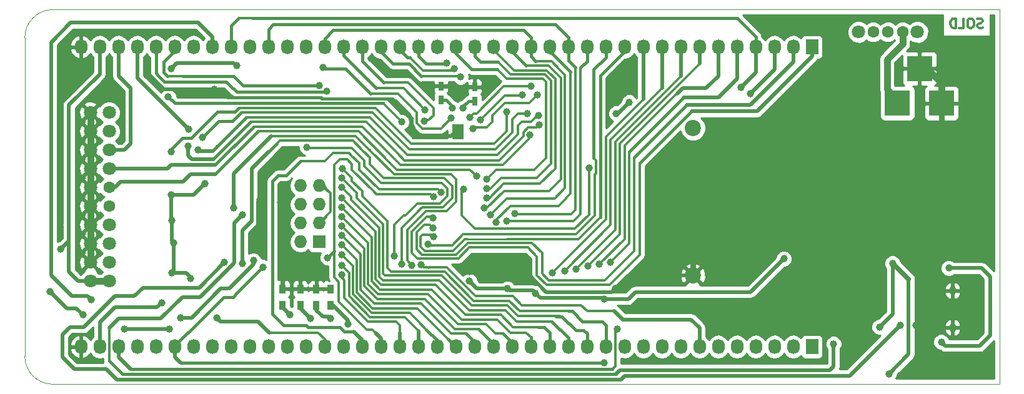
<source format=gbl>
G04 #@! TF.FileFunction,Copper,L2,Bot,Signal*
%FSLAX46Y46*%
G04 Gerber Fmt 4.6, Leading zero omitted, Abs format (unit mm)*
G04 Created by KiCad (PCBNEW (2015-01-16 BZR 5376)-product) date 5/21/2015 9:02:49 PM*
%MOMM*%
G01*
G04 APERTURE LIST*
%ADD10C,0.150000*%
%ADD11C,0.300000*%
%ADD12C,0.100000*%
%ADD13C,1.000760*%
%ADD14R,1.600000X2.000000*%
%ADD15O,0.950000X1.250000*%
%ADD16C,2.200000*%
%ADD17R,0.750000X1.200000*%
%ADD18R,3.500120X3.500120*%
%ADD19R,1.727200X2.032000*%
%ADD20O,1.727200X2.032000*%
%ADD21C,1.800000*%
%ADD22C,1.600000*%
%ADD23R,1.727200X1.727200*%
%ADD24O,1.727200X1.727200*%
%ADD25R,0.900000X1.200000*%
%ADD26C,1.000000*%
%ADD27C,0.508000*%
%ADD28C,0.304800*%
%ADD29C,0.635000*%
%ADD30C,0.889000*%
%ADD31C,0.381000*%
%ADD32C,0.254000*%
%ADD33C,0.762000*%
G04 APERTURE END LIST*
D10*
D11*
X218712142Y-83699048D02*
X218530714Y-83759524D01*
X218228333Y-83759524D01*
X218107380Y-83699048D01*
X218046904Y-83638571D01*
X217986428Y-83517619D01*
X217986428Y-83396667D01*
X218046904Y-83275714D01*
X218107380Y-83215238D01*
X218228333Y-83154762D01*
X218470237Y-83094286D01*
X218591190Y-83033810D01*
X218651666Y-82973333D01*
X218712142Y-82852381D01*
X218712142Y-82731429D01*
X218651666Y-82610476D01*
X218591190Y-82550000D01*
X218470237Y-82489524D01*
X218167857Y-82489524D01*
X217986428Y-82550000D01*
X217200237Y-82489524D02*
X216958333Y-82489524D01*
X216837380Y-82550000D01*
X216716428Y-82670952D01*
X216655952Y-82912857D01*
X216655952Y-83336190D01*
X216716428Y-83578095D01*
X216837380Y-83699048D01*
X216958333Y-83759524D01*
X217200237Y-83759524D01*
X217321190Y-83699048D01*
X217442142Y-83578095D01*
X217502618Y-83336190D01*
X217502618Y-82912857D01*
X217442142Y-82670952D01*
X217321190Y-82550000D01*
X217200237Y-82489524D01*
X215506904Y-83759524D02*
X216111666Y-83759524D01*
X216111666Y-82489524D01*
X215083571Y-83759524D02*
X215083571Y-82489524D01*
X214781190Y-82489524D01*
X214599762Y-82550000D01*
X214478809Y-82670952D01*
X214418333Y-82791905D01*
X214357857Y-83033810D01*
X214357857Y-83215238D01*
X214418333Y-83457143D01*
X214478809Y-83578095D01*
X214599762Y-83699048D01*
X214781190Y-83759524D01*
X215083571Y-83759524D01*
D12*
X92710000Y-81280000D02*
X218440000Y-81280000D01*
X92710000Y-132080000D02*
X220980000Y-132080000D01*
X88900000Y-85090000D02*
X88900000Y-128270000D01*
X88900000Y-128270000D02*
G75*
G03X92710000Y-132080000I3810000J0D01*
G01*
X92710000Y-81280000D02*
G75*
G03X88900000Y-85090000I0J-3810000D01*
G01*
X220980000Y-81280000D02*
X220980000Y-83947000D01*
X218440000Y-81280000D02*
X220980000Y-81280000D01*
X220980000Y-129540000D02*
X220980000Y-132080000D01*
X220980000Y-129540000D02*
X220980000Y-83820000D01*
D13*
X146824700Y-94615000D03*
X148323300Y-94615000D03*
D14*
X147574000Y-97865000D03*
D15*
X214630000Y-124390000D03*
X214630000Y-119390000D03*
D16*
X179451000Y-97348040D03*
X179451000Y-117348000D03*
D17*
X149860000Y-93660000D03*
X149860000Y-91760000D03*
X145288000Y-93533000D03*
X145288000Y-91633000D03*
D18*
X207159860Y-93980000D03*
X213159340Y-93980000D03*
X210159600Y-89281000D03*
D19*
X195580000Y-86360000D03*
D20*
X193040000Y-86360000D03*
X190500000Y-86360000D03*
X187960000Y-86360000D03*
X185420000Y-86360000D03*
X182880000Y-86360000D03*
X180340000Y-86360000D03*
X177800000Y-86360000D03*
X175260000Y-86360000D03*
X172720000Y-86360000D03*
X170180000Y-86360000D03*
X167640000Y-86360000D03*
X165100000Y-86360000D03*
X162560000Y-86360000D03*
X160020000Y-86360000D03*
X157480000Y-86360000D03*
X154940000Y-86360000D03*
X152400000Y-86360000D03*
X149860000Y-86360000D03*
X147320000Y-86360000D03*
X144780000Y-86360000D03*
X142240000Y-86360000D03*
X139700000Y-86360000D03*
X137160000Y-86360000D03*
X134620000Y-86360000D03*
X132080000Y-86360000D03*
X129540000Y-86360000D03*
X127000000Y-86360000D03*
X124460000Y-86360000D03*
X121920000Y-86360000D03*
X119380000Y-86360000D03*
X116840000Y-86360000D03*
X114300000Y-86360000D03*
X111760000Y-86360000D03*
X109220000Y-86360000D03*
X106680000Y-86360000D03*
X104140000Y-86360000D03*
X101600000Y-86360000D03*
X99060000Y-86360000D03*
X96520000Y-86360000D03*
D21*
X100330000Y-118110000D03*
X97790000Y-118110000D03*
X100330000Y-115570000D03*
X97790000Y-115570000D03*
X100330000Y-113030000D03*
X97790000Y-113030000D03*
X100330000Y-110490000D03*
X97790000Y-110490000D03*
D22*
X100330000Y-107950000D03*
D21*
X97790000Y-107950000D03*
D22*
X100330000Y-105410000D03*
D21*
X97790000Y-105410000D03*
X100330000Y-102870000D03*
X97790000Y-102870000D03*
X100330000Y-100330000D03*
X97790000Y-100330000D03*
X100330000Y-97790000D03*
X97790000Y-97790000D03*
X100330000Y-95250000D03*
X97790000Y-95250000D03*
D19*
X195580000Y-127000000D03*
D20*
X193040000Y-127000000D03*
X190500000Y-127000000D03*
X187960000Y-127000000D03*
X185420000Y-127000000D03*
X182880000Y-127000000D03*
X180340000Y-127000000D03*
X177800000Y-127000000D03*
X175260000Y-127000000D03*
X172720000Y-127000000D03*
X170180000Y-127000000D03*
X167640000Y-127000000D03*
X165100000Y-127000000D03*
X162560000Y-127000000D03*
X160020000Y-127000000D03*
X157480000Y-127000000D03*
X154940000Y-127000000D03*
X152400000Y-127000000D03*
X149860000Y-127000000D03*
X147320000Y-127000000D03*
X144780000Y-127000000D03*
X142240000Y-127000000D03*
X139700000Y-127000000D03*
X137160000Y-127000000D03*
X134620000Y-127000000D03*
X132080000Y-127000000D03*
X129540000Y-127000000D03*
X127000000Y-127000000D03*
X124460000Y-127000000D03*
X121920000Y-127000000D03*
X119380000Y-127000000D03*
X116840000Y-127000000D03*
X114300000Y-127000000D03*
X111760000Y-127000000D03*
X109220000Y-127000000D03*
X106680000Y-127000000D03*
X104140000Y-127000000D03*
X101600000Y-127000000D03*
X99060000Y-127000000D03*
X96520000Y-127000000D03*
D23*
X128778000Y-112776000D03*
D24*
X126238000Y-112776000D03*
X128778000Y-110236000D03*
X126238000Y-110236000D03*
X128778000Y-107696000D03*
X126238000Y-107696000D03*
X128778000Y-105156000D03*
X126238000Y-105156000D03*
D25*
X130302000Y-121369000D03*
X130302000Y-119169000D03*
X128397000Y-121369000D03*
X128397000Y-119169000D03*
X126238000Y-121369000D03*
X126238000Y-119169000D03*
X123825000Y-121369000D03*
X123825000Y-119169000D03*
D22*
X207867000Y-84328000D03*
X205867000Y-84328000D03*
X203867000Y-84328000D03*
D21*
X201867000Y-84328000D03*
X209867000Y-84328000D03*
D26*
X93726000Y-113792000D03*
X205994000Y-130683000D03*
X206502000Y-115697000D03*
X108839000Y-116967000D03*
X108839000Y-109855000D03*
X108712000Y-106426000D03*
X158115000Y-119761000D03*
X154305000Y-119126000D03*
X149161500Y-118110000D03*
X167386000Y-120523000D03*
X191770000Y-115062000D03*
X169037000Y-95377000D03*
X108331000Y-93091000D03*
X139954000Y-96520000D03*
X117602000Y-88900000D03*
X108712000Y-89281000D03*
X170815000Y-93853000D03*
X113284000Y-104902000D03*
X111379000Y-117729000D03*
X109093000Y-112903000D03*
X204724000Y-124333000D03*
X213106000Y-126365000D03*
X214122000Y-116332000D03*
X119888000Y-115316000D03*
X107442000Y-121031000D03*
X109982000Y-123063000D03*
X150114000Y-103886000D03*
X185928000Y-91821000D03*
X114935000Y-123063000D03*
X108458000Y-124587000D03*
X102362000Y-124587000D03*
X96774000Y-122682000D03*
X92329000Y-119507000D03*
X143129000Y-94869000D03*
X151511000Y-106807000D03*
X143573500Y-113093500D03*
X144208500Y-110871000D03*
X143002000Y-96393000D03*
X151130000Y-108204000D03*
X144272000Y-112077500D03*
X144208500Y-109537500D03*
X108712000Y-100584000D03*
X154178000Y-95123000D03*
X157353000Y-98298000D03*
X110998000Y-99822000D03*
X158623000Y-96901000D03*
X112395000Y-100330000D03*
X158496000Y-95631000D03*
X187198000Y-92710000D03*
X97917000Y-120650000D03*
X167386000Y-129159000D03*
X121158000Y-116205000D03*
X144272000Y-106680000D03*
X129921000Y-114935000D03*
X141351000Y-115951000D03*
X117221000Y-108204000D03*
X129286000Y-89154000D03*
X146685000Y-96012000D03*
X113000000Y-98600000D03*
X156972000Y-95377000D03*
X114554000Y-92075000D03*
X105537000Y-89916000D03*
X209677000Y-124079000D03*
X149098000Y-116840000D03*
X156908500Y-117094000D03*
X168910000Y-119126000D03*
X193040000Y-93091000D03*
X189103000Y-97409000D03*
X196469000Y-94361000D03*
X204724000Y-100711000D03*
X168910000Y-90043000D03*
X169164000Y-93472000D03*
X141351000Y-97282000D03*
X136906000Y-88773000D03*
X123571000Y-107442000D03*
X120777000Y-107061000D03*
X120523000Y-111379000D03*
X129794000Y-92329000D03*
X128778000Y-91567000D03*
X138938000Y-114681000D03*
X111125000Y-97536000D03*
X127127000Y-99949000D03*
X139954000Y-115824000D03*
X118364000Y-115697000D03*
X148336000Y-105664000D03*
X165354000Y-102743000D03*
X156337000Y-92837000D03*
X150622000Y-96266000D03*
X149225000Y-95885000D03*
X157480000Y-91694000D03*
X158369000Y-92837000D03*
X149606000Y-97409000D03*
X132715000Y-123952000D03*
X130302000Y-123190000D03*
X127635000Y-123190000D03*
X124841000Y-122682000D03*
X168275000Y-115570000D03*
X166751000Y-115824000D03*
X151511000Y-105537000D03*
X151511000Y-104267000D03*
X146050000Y-88519000D03*
X147066000Y-89281000D03*
X147955000Y-90424000D03*
X142621000Y-115887500D03*
X131953000Y-102870000D03*
X131826000Y-104140000D03*
X131826000Y-105410000D03*
X131826000Y-106807000D03*
X131826000Y-108077000D03*
X131826000Y-109347000D03*
X131826000Y-110617000D03*
X131826000Y-111887000D03*
X131826000Y-113157000D03*
X131826000Y-114554000D03*
X131826000Y-115951000D03*
X131826000Y-117221000D03*
X145288000Y-106045000D03*
X169164000Y-124587000D03*
X115951000Y-115570000D03*
X207518000Y-124079000D03*
X198501000Y-126619000D03*
X118364000Y-109093000D03*
X165227000Y-116078000D03*
X163576000Y-116459000D03*
X162052000Y-116713000D03*
X160401000Y-116967000D03*
X154178000Y-109982000D03*
X155321000Y-108966000D03*
X152781000Y-110109000D03*
X152019000Y-109093000D03*
D27*
X208661000Y-127254000D02*
X208661000Y-128016000D01*
D28*
X94742000Y-110490000D02*
X94869000Y-110490000D01*
X94869000Y-110617000D02*
X94742000Y-110490000D01*
X94869000Y-112649000D02*
X94869000Y-110617000D01*
D27*
X93726000Y-113792000D02*
X94869000Y-112649000D01*
X208661000Y-128016000D02*
X205994000Y-130683000D01*
D28*
X208661000Y-127254000D02*
X208661000Y-127508000D01*
D27*
X208661000Y-117856000D02*
X208661000Y-127254000D01*
D29*
X206502000Y-115697000D02*
X208661000Y-117856000D01*
D30*
X97790000Y-118110000D02*
X100330000Y-118110000D01*
D27*
X96139000Y-118110000D02*
X94869000Y-116840000D01*
X97790000Y-118110000D02*
X96139000Y-118110000D01*
X94869000Y-116840000D02*
X94869000Y-110490000D01*
X94869000Y-110490000D02*
X94869000Y-94234000D01*
X99060000Y-90043000D02*
X99060000Y-86360000D01*
X94869000Y-94234000D02*
X99060000Y-90043000D01*
D31*
X108839000Y-116967000D02*
X109093000Y-116713000D01*
D27*
X154559000Y-119380000D02*
X157734000Y-119380000D01*
X157734000Y-119380000D02*
X158115000Y-119761000D01*
D28*
X154305000Y-119126000D02*
X154559000Y-119380000D01*
D27*
X149161500Y-118110000D02*
X150177500Y-119126000D01*
X150177500Y-119126000D02*
X154305000Y-119126000D01*
D28*
X167386000Y-120523000D02*
X167259000Y-120396000D01*
D27*
X158750000Y-120396000D02*
X158115000Y-119761000D01*
X167259000Y-120396000D02*
X158750000Y-120396000D01*
X170688000Y-120523000D02*
X171640500Y-119570500D01*
X167386000Y-120523000D02*
X170688000Y-120523000D01*
X187261500Y-119570500D02*
X191770000Y-115062000D01*
X171640500Y-119570500D02*
X187261500Y-119570500D01*
X169164000Y-95377000D02*
X169037000Y-95377000D01*
D31*
X109220000Y-93980000D02*
X108331000Y-93091000D01*
X137414000Y-93980000D02*
X109220000Y-93980000D01*
D28*
X139954000Y-96520000D02*
X137414000Y-93980000D01*
D27*
X117602000Y-88900000D02*
X117221000Y-88519000D01*
D28*
X111633000Y-88519000D02*
X111252000Y-88519000D01*
D27*
X117221000Y-88519000D02*
X111633000Y-88519000D01*
X109474000Y-88519000D02*
X108712000Y-89281000D01*
X111633000Y-88519000D02*
X109474000Y-88519000D01*
X169291000Y-95377000D02*
X170815000Y-93853000D01*
D28*
X169037000Y-95377000D02*
X169291000Y-95377000D01*
X111760000Y-106426000D02*
X108712000Y-106426000D01*
D27*
X111760000Y-106426000D02*
X108712000Y-106426000D01*
X113284000Y-104902000D02*
X111760000Y-106426000D01*
X108712000Y-109728000D02*
X108839000Y-109855000D01*
X108712000Y-106426000D02*
X108712000Y-109728000D01*
X108839000Y-112649000D02*
X109093000Y-112903000D01*
X108839000Y-109855000D02*
X108839000Y-112649000D01*
X109093000Y-116713000D02*
X108839000Y-116967000D01*
X109093000Y-112903000D02*
X109093000Y-116713000D01*
X111379000Y-117602000D02*
X110744000Y-116967000D01*
X110744000Y-116967000D02*
X108839000Y-116967000D01*
X111379000Y-117729000D02*
X111379000Y-117602000D01*
X204724000Y-124333000D02*
X206502000Y-122555000D01*
X206502000Y-122555000D02*
X206502000Y-115697000D01*
X213106000Y-126365000D02*
X213614000Y-126873000D01*
X213614000Y-126873000D02*
X218313000Y-126873000D01*
X218313000Y-126873000D02*
X219710000Y-125476000D01*
X219710000Y-125476000D02*
X219710000Y-117475000D01*
X219710000Y-117475000D02*
X218567000Y-116332000D01*
X218567000Y-116332000D02*
X214122000Y-116332000D01*
D28*
X115951000Y-119126000D02*
X115824000Y-119126000D01*
X116332000Y-119126000D02*
X115951000Y-119126000D01*
D27*
X119253000Y-116459000D02*
X116586000Y-119126000D01*
D28*
X116586000Y-119126000D02*
X116332000Y-119126000D01*
D27*
X106807000Y-121666000D02*
X107442000Y-121031000D01*
X115443000Y-119126000D02*
X116332000Y-119126000D01*
X111506000Y-123063000D02*
X115443000Y-119126000D01*
X109982000Y-123063000D02*
X111506000Y-123063000D01*
X99060000Y-127000000D02*
X99060000Y-123698000D01*
X101092000Y-121666000D02*
X99060000Y-123698000D01*
X101092000Y-121666000D02*
X106807000Y-121666000D01*
X119888000Y-115824000D02*
X119253000Y-116459000D01*
X119888000Y-115316000D02*
X119888000Y-115824000D01*
X101092000Y-105410000D02*
X101854000Y-104648000D01*
X101854000Y-104648000D02*
X110363000Y-104648000D01*
X110363000Y-104648000D02*
X111379000Y-103632000D01*
D31*
X116713000Y-101600000D02*
X114681000Y-103632000D01*
D27*
X114681000Y-103632000D02*
X111379000Y-103632000D01*
D28*
X150114000Y-103886000D02*
X149225000Y-102997000D01*
X139319000Y-102997000D02*
X138557000Y-102235000D01*
X149225000Y-102997000D02*
X139319000Y-102997000D01*
X134112000Y-97790000D02*
X130683000Y-97790000D01*
X138557000Y-102235000D02*
X134112000Y-97790000D01*
X130683000Y-97790000D02*
X120523000Y-97790000D01*
D31*
X120523000Y-97790000D02*
X116713000Y-101600000D01*
D27*
X100330000Y-105410000D02*
X101092000Y-105410000D01*
D28*
X119761000Y-82423000D02*
X117856000Y-82423000D01*
D31*
X116840000Y-83439000D02*
X116840000Y-86360000D01*
X117856000Y-82423000D02*
X116840000Y-83439000D01*
X187960000Y-86360000D02*
X187960000Y-84963000D01*
X185420000Y-82423000D02*
X119761000Y-82423000D01*
D28*
X119761000Y-82423000D02*
X119634000Y-82423000D01*
D31*
X187960000Y-84963000D02*
X185420000Y-82423000D01*
D27*
X185928000Y-91821000D02*
X187960000Y-89789000D01*
X187960000Y-89789000D02*
X187960000Y-86360000D01*
D28*
X129540000Y-127000000D02*
X129540000Y-125984000D01*
D27*
X115443000Y-123571000D02*
X114935000Y-123063000D01*
D28*
X108458000Y-124587000D02*
X108331000Y-124714000D01*
X129540000Y-125984000D02*
X128651000Y-125095000D01*
D27*
X122047000Y-125095000D02*
X120523000Y-123571000D01*
D28*
X128651000Y-125095000D02*
X122047000Y-125095000D01*
D27*
X120523000Y-123571000D02*
X115443000Y-123571000D01*
X96774000Y-122682000D02*
X95885000Y-121793000D01*
X95885000Y-121793000D02*
X94615000Y-121793000D01*
X94615000Y-121793000D02*
X92329000Y-119507000D01*
X108458000Y-124587000D02*
X102362000Y-124587000D01*
D28*
X133223000Y-88646000D02*
X132080000Y-87503000D01*
D31*
X136525000Y-91948000D02*
X133223000Y-88646000D01*
D28*
X140208000Y-91948000D02*
X136525000Y-91948000D01*
X143129000Y-94869000D02*
X140208000Y-91948000D01*
D31*
X132080000Y-87503000D02*
X133223000Y-88646000D01*
X132080000Y-86360000D02*
X132080000Y-87503000D01*
D28*
X151511000Y-106807000D02*
X151892000Y-106807000D01*
X160782000Y-90678000D02*
X159956500Y-89852500D01*
X160782000Y-102806500D02*
X160782000Y-90678000D01*
X158686500Y-104902000D02*
X160782000Y-102806500D01*
X153797000Y-104902000D02*
X158686500Y-104902000D01*
X151892000Y-106807000D02*
X153797000Y-104902000D01*
X155194000Y-89535000D02*
X152400000Y-86741000D01*
X159639000Y-89535000D02*
X155194000Y-89535000D01*
X159956500Y-89852500D02*
X159639000Y-89535000D01*
D32*
X152400000Y-86741000D02*
X152400000Y-86360000D01*
D28*
X165798500Y-109537500D02*
X166179500Y-109156500D01*
D31*
X167640000Y-87757000D02*
X167640000Y-86360000D01*
X165989000Y-89408000D02*
X167640000Y-87757000D01*
X165989000Y-101409500D02*
X165989000Y-89408000D01*
D28*
X166306500Y-101727000D02*
X165989000Y-101409500D01*
X166306500Y-103505000D02*
X166306500Y-101727000D01*
X166179500Y-103632000D02*
X166306500Y-103505000D01*
X166179500Y-109156500D02*
X166179500Y-103632000D01*
D32*
X167640000Y-86995000D02*
X167640000Y-86360000D01*
D28*
X153670000Y-111760000D02*
X154305000Y-111760000D01*
X148971000Y-111760000D02*
X153670000Y-111760000D01*
X153670000Y-111760000D02*
X161290000Y-111760000D01*
X163576000Y-111760000D02*
X165798500Y-109537500D01*
X161290000Y-111760000D02*
X163576000Y-111760000D01*
X143573500Y-113093500D02*
X143700500Y-113220500D01*
X143700500Y-113220500D02*
X146812000Y-113220500D01*
X146812000Y-113220500D02*
X148272500Y-111760000D01*
X148272500Y-111760000D02*
X148971000Y-111760000D01*
X144208500Y-110871000D02*
X143764000Y-110426500D01*
X143764000Y-110426500D02*
X143065500Y-110426500D01*
X143065500Y-110426500D02*
X142494000Y-110998000D01*
D27*
X193040000Y-88392000D02*
X193040000Y-86360000D01*
X191262000Y-90170000D02*
X193040000Y-88392000D01*
D31*
X171450000Y-101346000D02*
X178562000Y-94234000D01*
D28*
X171450000Y-114046000D02*
X171450000Y-101346000D01*
X167513000Y-117983000D02*
X171450000Y-114046000D01*
X159893000Y-117983000D02*
X167513000Y-117983000D01*
X159004000Y-114300000D02*
X159004000Y-116268500D01*
X157607000Y-112903000D02*
X159004000Y-114300000D01*
X148971000Y-112903000D02*
X157607000Y-112903000D01*
X147383500Y-114490500D02*
X148971000Y-112903000D01*
X159004000Y-117094000D02*
X159893000Y-117983000D01*
X159004000Y-116268500D02*
X159004000Y-117094000D01*
X142684500Y-114490500D02*
X147383500Y-114490500D01*
X141986000Y-113792000D02*
X142684500Y-114490500D01*
X141986000Y-112141000D02*
X141986000Y-113792000D01*
X141986000Y-111506000D02*
X141986000Y-112141000D01*
X142494000Y-110998000D02*
X141986000Y-111506000D01*
D27*
X187198000Y-94234000D02*
X191262000Y-90170000D01*
X178562000Y-94234000D02*
X187198000Y-94234000D01*
D28*
X144272000Y-95631000D02*
X144272000Y-94615000D01*
X143637000Y-96266000D02*
X144272000Y-95631000D01*
X143129000Y-96266000D02*
X143637000Y-96266000D01*
X143002000Y-96393000D02*
X143129000Y-96266000D01*
X139446000Y-91186000D02*
X137541000Y-91186000D01*
D31*
X137541000Y-91186000D02*
X134620000Y-88265000D01*
X134620000Y-88265000D02*
X134620000Y-86360000D01*
D28*
X140843000Y-91186000D02*
X144272000Y-94615000D01*
X139446000Y-91186000D02*
X140843000Y-91186000D01*
X151130000Y-108204000D02*
X151511000Y-108204000D01*
X161544000Y-90551000D02*
X160147000Y-89154000D01*
X161544000Y-104267000D02*
X161544000Y-90551000D01*
X159956500Y-105854500D02*
X161544000Y-104267000D01*
X153860500Y-105854500D02*
X159956500Y-105854500D01*
X151511000Y-108204000D02*
X153860500Y-105854500D01*
D32*
X154940000Y-86995000D02*
X154940000Y-86360000D01*
D28*
X160147000Y-89154000D02*
X159893000Y-88900000D01*
X159893000Y-88900000D02*
X156845000Y-88900000D01*
D31*
X156845000Y-88900000D02*
X154940000Y-86995000D01*
X166878000Y-98869500D02*
X166878000Y-90233500D01*
X166878000Y-90233500D02*
X170180000Y-86931500D01*
D28*
X170180000Y-86931500D02*
X170180000Y-86360000D01*
D32*
X170180000Y-86360000D02*
X170180000Y-86360000D01*
D31*
X166878000Y-109474000D02*
X166878000Y-98869500D01*
D28*
X163957000Y-112395000D02*
X166878000Y-109474000D01*
X154305000Y-112395000D02*
X162306000Y-112395000D01*
D32*
X148907500Y-112395000D02*
X154305000Y-112395000D01*
D28*
X162306000Y-112395000D02*
X163957000Y-112395000D01*
X144272000Y-112077500D02*
X144018000Y-111823500D01*
X144018000Y-111823500D02*
X142811500Y-111823500D01*
X142811500Y-111823500D02*
X142557500Y-112077500D01*
X142557500Y-112077500D02*
X142557500Y-112585500D01*
X144589500Y-113995199D02*
X144830801Y-113995199D01*
X143141699Y-113995199D02*
X144589500Y-113995199D01*
X142557500Y-113411000D02*
X143141699Y-113995199D01*
X142557500Y-112585500D02*
X142557500Y-113411000D01*
X146926301Y-113995199D02*
X148526500Y-112395000D01*
X148526500Y-112395000D02*
X148907500Y-112395000D01*
X144589500Y-113995199D02*
X146926301Y-113995199D01*
X142875000Y-114998500D02*
X142113000Y-114998500D01*
X142113000Y-114998500D02*
X141351000Y-114236500D01*
X141351000Y-112903000D02*
X141351000Y-112966500D01*
D27*
X195580000Y-87630000D02*
X195580000Y-86360000D01*
D28*
X149479000Y-113538000D02*
X157099000Y-113538000D01*
X157099000Y-113538000D02*
X158305500Y-114744500D01*
X158305500Y-114744500D02*
X158305500Y-117284500D01*
X158305500Y-117284500D02*
X159639000Y-118618000D01*
X159639000Y-118618000D02*
X168148000Y-118618000D01*
X168148000Y-118618000D02*
X172212000Y-114554000D01*
X172212000Y-114554000D02*
X172212000Y-102108000D01*
D31*
X172212000Y-102108000D02*
X179260500Y-95059500D01*
D27*
X192405000Y-90805000D02*
X195580000Y-87630000D01*
D28*
X141351000Y-112903000D02*
X141351000Y-114236500D01*
X144208500Y-109537500D02*
X144018000Y-109347000D01*
X144018000Y-109347000D02*
X143383000Y-109347000D01*
X143383000Y-109347000D02*
X142811500Y-109918500D01*
X141351000Y-111379000D02*
X141351000Y-112903000D01*
X142811500Y-109918500D02*
X142303500Y-110426500D01*
X142303500Y-110426500D02*
X141351000Y-111379000D01*
X142875000Y-114998500D02*
X147701000Y-114998500D01*
X147701000Y-114998500D02*
X149161500Y-113538000D01*
X149161500Y-113538000D02*
X149479000Y-113538000D01*
D27*
X188150500Y-95059500D02*
X192405000Y-90805000D01*
X179260500Y-95059500D02*
X188150500Y-95059500D01*
D31*
X112800000Y-97300000D02*
X115000000Y-95100000D01*
X117371000Y-95100000D02*
X117856000Y-94615000D01*
X115000000Y-95100000D02*
X117371000Y-95100000D01*
X111200000Y-98679000D02*
X110236000Y-98679000D01*
X111200000Y-98679000D02*
X111421000Y-98679000D01*
X111421000Y-98679000D02*
X112800000Y-97300000D01*
D28*
X136398000Y-94615000D02*
X120650000Y-94615000D01*
X141224000Y-99441000D02*
X136398000Y-94615000D01*
X151257000Y-99441000D02*
X141224000Y-99441000D01*
X151257000Y-99441000D02*
X151257000Y-99441000D01*
X110236000Y-98679000D02*
X108712000Y-100203000D01*
X108712000Y-100203000D02*
X108712000Y-100584000D01*
X120650000Y-94615000D02*
X117856000Y-94615000D01*
X108712000Y-100203000D02*
X108712000Y-100584000D01*
D31*
X110236000Y-98679000D02*
X108712000Y-100203000D01*
D28*
X136398000Y-94615000D02*
X117856000Y-94615000D01*
X141224000Y-99441000D02*
X136398000Y-94615000D01*
X152527000Y-99441000D02*
X141224000Y-99441000D01*
X154178000Y-97790000D02*
X152527000Y-99441000D01*
X154178000Y-95123000D02*
X154178000Y-97790000D01*
X153670000Y-102362000D02*
X153162000Y-102362000D01*
X157226000Y-98806000D02*
X153670000Y-102362000D01*
X157226000Y-98425000D02*
X157226000Y-98806000D01*
X157353000Y-98298000D02*
X157226000Y-98425000D01*
X153162000Y-102362000D02*
X139827000Y-102362000D01*
X139827000Y-102362000D02*
X138938000Y-101473000D01*
X134620000Y-97155000D02*
X131318000Y-97155000D01*
X138938000Y-101473000D02*
X134620000Y-97155000D01*
D27*
X108204000Y-102870000D02*
X100330000Y-102870000D01*
D31*
X119888000Y-97155000D02*
X114681000Y-102362000D01*
D28*
X131318000Y-97155000D02*
X119888000Y-97155000D01*
D27*
X108712000Y-102362000D02*
X108204000Y-102870000D01*
X114681000Y-102362000D02*
X108712000Y-102362000D01*
D28*
X131826000Y-96520000D02*
X121158000Y-96520000D01*
X139446000Y-100838000D02*
X135128000Y-96520000D01*
X135128000Y-96520000D02*
X131826000Y-96520000D01*
X140335000Y-101727000D02*
X139446000Y-100838000D01*
X152527000Y-101727000D02*
X140335000Y-101727000D01*
D31*
X119507000Y-96520000D02*
X114427000Y-101600000D01*
D27*
X114427000Y-101600000D02*
X111506000Y-101600000D01*
X111506000Y-101600000D02*
X110998000Y-101092000D01*
X110998000Y-101092000D02*
X110998000Y-99822000D01*
D28*
X121158000Y-96520000D02*
X119507000Y-96520000D01*
X158623000Y-96901000D02*
X158242000Y-97282000D01*
X152908000Y-101727000D02*
X152527000Y-101727000D01*
X157099000Y-97282000D02*
X156464000Y-97917000D01*
X156464000Y-97917000D02*
X156464000Y-98425000D01*
X156464000Y-98425000D02*
X153162000Y-101727000D01*
X153162000Y-101727000D02*
X152527000Y-101727000D01*
X158242000Y-97282000D02*
X157099000Y-97282000D01*
X158623000Y-96901000D02*
X158242000Y-97282000D01*
X114998500Y-99758500D02*
X114935000Y-99822000D01*
D31*
X118872000Y-95885000D02*
X114998500Y-99758500D01*
D28*
X132207000Y-95885000D02*
X118872000Y-95885000D01*
X132461000Y-95885000D02*
X132207000Y-95885000D01*
X140716000Y-100965000D02*
X140335000Y-100584000D01*
X135636000Y-95885000D02*
X132207000Y-95885000D01*
X140335000Y-100584000D02*
X135636000Y-95885000D01*
X152908000Y-100965000D02*
X152146000Y-100965000D01*
X152146000Y-100965000D02*
X140716000Y-100965000D01*
D27*
X114300000Y-100457000D02*
X112522000Y-100457000D01*
X112522000Y-100457000D02*
X112395000Y-100330000D01*
D31*
X114998500Y-99758500D02*
X114300000Y-100457000D01*
D28*
X158369000Y-95631000D02*
X157480000Y-96520000D01*
X157480000Y-96520000D02*
X156210000Y-96520000D01*
X156210000Y-96520000D02*
X155702000Y-97028000D01*
X155702000Y-97028000D02*
X155702000Y-98171000D01*
X155702000Y-98171000D02*
X152908000Y-100965000D01*
X158496000Y-95631000D02*
X158369000Y-95631000D01*
D27*
X187198000Y-92710000D02*
X190500000Y-89408000D01*
X190500000Y-89408000D02*
X190500000Y-86360000D01*
X97917000Y-120650000D02*
X97409000Y-120142000D01*
X97409000Y-120142000D02*
X95250000Y-120142000D01*
X95250000Y-120142000D02*
X92456000Y-117348000D01*
X92456000Y-117348000D02*
X92456000Y-85725000D01*
X92456000Y-85725000D02*
X95123000Y-83058000D01*
X95123000Y-83058000D02*
X112395000Y-83058000D01*
X112395000Y-83058000D02*
X114300000Y-84963000D01*
X114300000Y-84963000D02*
X114300000Y-86360000D01*
X109982000Y-129159000D02*
X109220000Y-128397000D01*
X109220000Y-128397000D02*
X109220000Y-127000000D01*
D31*
X167386000Y-129159000D02*
X164338000Y-129159000D01*
X164338000Y-129159000D02*
X109982000Y-129159000D01*
D28*
X109220000Y-126746000D02*
X109220000Y-127000000D01*
D31*
X121158000Y-116205000D02*
X120523000Y-116840000D01*
D28*
X120523000Y-116840000D02*
X120523000Y-116840000D01*
D31*
X120523000Y-116840000D02*
X117729000Y-119634000D01*
X112776000Y-123317000D02*
X109283500Y-126809500D01*
X115824000Y-120269000D02*
X117094000Y-120269000D01*
X117094000Y-120269000D02*
X117729000Y-119634000D01*
X112776000Y-123317000D02*
X115824000Y-120269000D01*
D27*
X137160000Y-127000000D02*
X137160000Y-125857000D01*
X137160000Y-125857000D02*
X136398000Y-125095000D01*
D28*
X136144000Y-105918000D02*
X133223000Y-102997000D01*
X136525000Y-106299000D02*
X136144000Y-105918000D01*
X133223000Y-102997000D02*
X133223000Y-102616000D01*
X136525000Y-106299000D02*
X136144000Y-105918000D01*
X133223000Y-102235000D02*
X132588000Y-101600000D01*
X132588000Y-101600000D02*
X132334000Y-101600000D01*
X133223000Y-102616000D02*
X133223000Y-102235000D01*
X130810000Y-114681000D02*
X130810000Y-117602000D01*
X136017000Y-124714000D02*
X136398000Y-125095000D01*
X136398000Y-125095000D02*
X137160000Y-125857000D01*
X135255000Y-124714000D02*
X136017000Y-124714000D01*
X131445000Y-120904000D02*
X135255000Y-124714000D01*
X131445000Y-118237000D02*
X131445000Y-120904000D01*
X131064000Y-117856000D02*
X131445000Y-118237000D01*
X130810000Y-117602000D02*
X131064000Y-117856000D01*
X130810000Y-113538000D02*
X130810000Y-114681000D01*
X130810000Y-102362000D02*
X130810000Y-113538000D01*
X131572000Y-101600000D02*
X130810000Y-102362000D01*
X132334000Y-101600000D02*
X131572000Y-101600000D01*
X144272000Y-106680000D02*
X143891000Y-106299000D01*
X143891000Y-106299000D02*
X143002000Y-106299000D01*
X142367000Y-106299000D02*
X136525000Y-106299000D01*
X143002000Y-106299000D02*
X142367000Y-106299000D01*
X130810000Y-113538000D02*
X130810000Y-114046000D01*
D31*
X130810000Y-114046000D02*
X129921000Y-114935000D01*
D28*
X141351000Y-115951000D02*
X140716000Y-115316000D01*
X140716000Y-115316000D02*
X140716000Y-111125000D01*
X140716000Y-111125000D02*
X143256000Y-108585000D01*
X143256000Y-108585000D02*
X146050000Y-108585000D01*
X146050000Y-108585000D02*
X147320000Y-107315000D01*
X147320000Y-107315000D02*
X147320000Y-104267000D01*
X147320000Y-104267000D02*
X146685000Y-103632000D01*
X146685000Y-103632000D02*
X138938000Y-103632000D01*
X135763000Y-100457000D02*
X135636000Y-100330000D01*
X138938000Y-103632000D02*
X135763000Y-100457000D01*
X134493000Y-99187000D02*
X133731000Y-98425000D01*
X133731000Y-98425000D02*
X123317000Y-98425000D01*
X135763000Y-100457000D02*
X134493000Y-99187000D01*
D27*
X122301000Y-98425000D02*
X117221000Y-103505000D01*
X117221000Y-103505000D02*
X117221000Y-108204000D01*
D28*
X123317000Y-98425000D02*
X122301000Y-98425000D01*
X101600000Y-86360000D02*
X101600000Y-89408000D01*
X103251000Y-99441000D02*
X102362000Y-100330000D01*
D31*
X129413000Y-89281000D02*
X129286000Y-89154000D01*
X132334000Y-89281000D02*
X132969000Y-89916000D01*
X132334000Y-89281000D02*
X129413000Y-89281000D01*
D28*
X132969000Y-89916000D02*
X132715000Y-89662000D01*
X139446000Y-92710000D02*
X137795000Y-92710000D01*
X141986000Y-96647000D02*
X141986000Y-95250000D01*
X146685000Y-96012000D02*
X145288000Y-97409000D01*
X145288000Y-97409000D02*
X142748000Y-97409000D01*
X142748000Y-97409000D02*
X141986000Y-96647000D01*
X137795000Y-92710000D02*
X135763000Y-92710000D01*
D31*
X135763000Y-92710000D02*
X132969000Y-89916000D01*
D28*
X141986000Y-95250000D02*
X139446000Y-92710000D01*
D27*
X101600000Y-90297000D02*
X101600000Y-86360000D01*
X103251000Y-91948000D02*
X101600000Y-90297000D01*
X103251000Y-99441000D02*
X103251000Y-91948000D01*
X102362000Y-100330000D02*
X103251000Y-99441000D01*
X100330000Y-100330000D02*
X102362000Y-100330000D01*
D31*
X115156500Y-96443500D02*
X117043500Y-96443500D01*
X113000000Y-98600000D02*
X115156500Y-96443500D01*
D28*
X132461000Y-95250000D02*
X119761000Y-95250000D01*
X156972000Y-95377000D02*
X155702000Y-95377000D01*
X154940000Y-97917000D02*
X152654000Y-100203000D01*
X154940000Y-96139000D02*
X154940000Y-97917000D01*
X155702000Y-95377000D02*
X154940000Y-96139000D01*
X119761000Y-95250000D02*
X118237000Y-95250000D01*
D31*
X118237000Y-95250000D02*
X117043500Y-96443500D01*
D28*
X152019000Y-100203000D02*
X140970000Y-100203000D01*
X140970000Y-100203000D02*
X140462000Y-99695000D01*
X136017000Y-95250000D02*
X132461000Y-95250000D01*
X140462000Y-99695000D02*
X136017000Y-95250000D01*
X152654000Y-100203000D02*
X152019000Y-100203000D01*
D27*
X147574000Y-97865000D02*
X147245000Y-97865000D01*
X142240000Y-98425000D02*
X141351000Y-97536000D01*
X141351000Y-97536000D02*
X141351000Y-97282000D01*
X147245000Y-97865000D02*
X146685000Y-98425000D01*
X146685000Y-98425000D02*
X142240000Y-98425000D01*
D31*
X145288000Y-91633000D02*
X142687000Y-91633000D01*
X142687000Y-91633000D02*
X141986000Y-90932000D01*
D27*
X149860000Y-91760000D02*
X145415000Y-91760000D01*
X145415000Y-91760000D02*
X145288000Y-91633000D01*
D30*
X97790000Y-113030000D02*
X97790000Y-115570000D01*
X97790000Y-110490000D02*
X97790000Y-113030000D01*
X97790000Y-107950000D02*
X97790000Y-110490000D01*
X97790000Y-105410000D02*
X97790000Y-107950000D01*
X97790000Y-102870000D02*
X97790000Y-105410000D01*
X97790000Y-100330000D02*
X97790000Y-102870000D01*
X97790000Y-97790000D02*
X97790000Y-100330000D01*
X97790000Y-95250000D02*
X97790000Y-97790000D01*
D27*
X214630000Y-124390000D02*
X214630000Y-124460000D01*
X214630000Y-119390000D02*
X214630000Y-119126000D01*
D30*
X213159340Y-91239340D02*
X213159340Y-93980000D01*
X211201000Y-89281000D02*
X213159340Y-91239340D01*
D29*
X210159600Y-89281000D02*
X211201000Y-89281000D01*
D27*
X107696000Y-92075000D02*
X105537000Y-89916000D01*
X114554000Y-92075000D02*
X107696000Y-92075000D01*
X212598000Y-124079000D02*
X212909000Y-124390000D01*
X212909000Y-124390000D02*
X214630000Y-124390000D01*
X209677000Y-124079000D02*
X212598000Y-124079000D01*
D28*
X155448000Y-116840000D02*
X155702000Y-116840000D01*
D27*
X149098000Y-116840000D02*
X155448000Y-116840000D01*
D28*
X156654500Y-116840000D02*
X156908500Y-117094000D01*
D27*
X155448000Y-116840000D02*
X156654500Y-116840000D01*
X157099000Y-117094000D02*
X159575500Y-119570500D01*
D28*
X167640000Y-119570500D02*
X167767000Y-119570500D01*
D27*
X159575500Y-119570500D02*
X167640000Y-119570500D01*
D28*
X156908500Y-117094000D02*
X157099000Y-117094000D01*
D27*
X168465500Y-119570500D02*
X168910000Y-119126000D01*
X167640000Y-119570500D02*
X168465500Y-119570500D01*
X168973500Y-119126000D02*
X170751500Y-117348000D01*
D28*
X168910000Y-119126000D02*
X168973500Y-119126000D01*
D27*
X170751500Y-117348000D02*
X179451000Y-117348000D01*
D33*
X213159340Y-95577660D02*
X213159340Y-93980000D01*
D28*
X189611000Y-97409000D02*
X189103000Y-97409000D01*
D33*
X193040000Y-93980000D02*
X189611000Y-97409000D01*
X193040000Y-93091000D02*
X193040000Y-93980000D01*
X196469000Y-94361000D02*
X195199000Y-93091000D01*
X195199000Y-93091000D02*
X193040000Y-93091000D01*
D31*
X168910000Y-90043000D02*
X169164000Y-90297000D01*
X169164000Y-90297000D02*
X169164000Y-93472000D01*
X141986000Y-90932000D02*
X140716000Y-89662000D01*
X137795000Y-89662000D02*
X136906000Y-88773000D01*
X140716000Y-89662000D02*
X137795000Y-89662000D01*
D33*
X179451000Y-114046000D02*
X189103000Y-104394000D01*
X189103000Y-104394000D02*
X189103000Y-97409000D01*
X179451000Y-117348000D02*
X179451000Y-114046000D01*
D27*
X130302000Y-119169000D02*
X128397000Y-119169000D01*
X128397000Y-119169000D02*
X126238000Y-119169000D01*
X126238000Y-119169000D02*
X123825000Y-119169000D01*
X123825000Y-107696000D02*
X123571000Y-107442000D01*
X123825000Y-108839000D02*
X123825000Y-111633000D01*
D28*
X123825000Y-111760000D02*
X123825000Y-111633000D01*
D27*
X123825000Y-119169000D02*
X123825000Y-111760000D01*
X123825000Y-108839000D02*
X123825000Y-107696000D01*
D28*
X120777000Y-107061000D02*
X120523000Y-107315000D01*
D27*
X120523000Y-107315000D02*
X120523000Y-111379000D01*
D31*
X115189000Y-92075000D02*
X116332000Y-93218000D01*
X116332000Y-93218000D02*
X129032000Y-93218000D01*
X129032000Y-93218000D02*
X129159000Y-93345000D01*
X129159000Y-93345000D02*
X138684000Y-93345000D01*
X141351000Y-96012000D02*
X141351000Y-97282000D01*
X114554000Y-92075000D02*
X115189000Y-92075000D01*
X138684000Y-93345000D02*
X141351000Y-96012000D01*
D33*
X204724000Y-100457000D02*
X198628000Y-94361000D01*
X198628000Y-94361000D02*
X196469000Y-94361000D01*
X204724000Y-100711000D02*
X204724000Y-100457000D01*
X209169000Y-100711000D02*
X213159340Y-96720660D01*
X213159340Y-96720660D02*
X213159340Y-93980000D01*
X204724000Y-100711000D02*
X209169000Y-100711000D01*
D28*
X129032000Y-92456000D02*
X128651000Y-92456000D01*
D31*
X128651000Y-92456000D02*
X120650000Y-92456000D01*
X117602000Y-92456000D02*
X116649500Y-91503500D01*
X120650000Y-92456000D02*
X117602000Y-92456000D01*
D28*
X129794000Y-92329000D02*
X129667000Y-92456000D01*
D31*
X129667000Y-92456000D02*
X128651000Y-92456000D01*
X106680000Y-89916000D02*
X107061000Y-90297000D01*
X106680000Y-86360000D02*
X106680000Y-89916000D01*
X116205000Y-91059000D02*
X107823000Y-91059000D01*
X107823000Y-91059000D02*
X107061000Y-90297000D01*
X116649500Y-91503500D02*
X116205000Y-91059000D01*
D28*
X110363000Y-90297000D02*
X108204000Y-90297000D01*
D31*
X107696000Y-89789000D02*
X107696000Y-88646000D01*
X108204000Y-90297000D02*
X107696000Y-89789000D01*
X117983000Y-91059000D02*
X117221000Y-90297000D01*
X117221000Y-90297000D02*
X110363000Y-90297000D01*
X107696000Y-88392000D02*
X109220000Y-86868000D01*
X107696000Y-88646000D02*
X107696000Y-88392000D01*
X118491000Y-91567000D02*
X117983000Y-91059000D01*
X127381000Y-91567000D02*
X118491000Y-91567000D01*
X128778000Y-91567000D02*
X127381000Y-91567000D01*
D28*
X109220000Y-86868000D02*
X109220000Y-86360000D01*
X134874000Y-101727000D02*
X134112000Y-100965000D01*
X134874000Y-102489000D02*
X134874000Y-101727000D01*
X137160000Y-104775000D02*
X134874000Y-102489000D01*
X145415000Y-104775000D02*
X137160000Y-104775000D01*
X146177000Y-105537000D02*
X145415000Y-104775000D01*
X146177000Y-106553000D02*
X146177000Y-105537000D01*
X145161000Y-107569000D02*
X146177000Y-106553000D01*
X142113000Y-107569000D02*
X145161000Y-107569000D01*
X140462000Y-109220000D02*
X142113000Y-107569000D01*
X140208000Y-109220000D02*
X140462000Y-109220000D01*
X138938000Y-110490000D02*
X140208000Y-109220000D01*
X138938000Y-111252000D02*
X138938000Y-110490000D01*
X138938000Y-114681000D02*
X138938000Y-111252000D01*
D27*
X111125000Y-97536000D02*
X104140000Y-90551000D01*
X104140000Y-90551000D02*
X104140000Y-86360000D01*
D28*
X133477000Y-100330000D02*
X133223000Y-100076000D01*
X133223000Y-100076000D02*
X130683000Y-100076000D01*
X134112000Y-100965000D02*
X133477000Y-100330000D01*
X127254000Y-100076000D02*
X127127000Y-99949000D01*
X130683000Y-100076000D02*
X127254000Y-100076000D01*
X142176500Y-108648500D02*
X142494000Y-108331000D01*
X139954000Y-112903000D02*
X139954000Y-110871000D01*
X139954000Y-115824000D02*
X139954000Y-112903000D01*
X139954000Y-110871000D02*
X142176500Y-108648500D01*
X135636000Y-101346000D02*
X134747000Y-100457000D01*
X135636000Y-102235000D02*
X135636000Y-101346000D01*
X137541000Y-104140000D02*
X135636000Y-102235000D01*
X145725000Y-104140000D02*
X137541000Y-104140000D01*
X146812000Y-105227000D02*
X145725000Y-104140000D01*
X146812000Y-106807000D02*
X146812000Y-105227000D01*
X145567398Y-108051602D02*
X146812000Y-106807000D01*
X142176500Y-108623102D02*
X142748000Y-108051602D01*
X142748000Y-108051602D02*
X145567398Y-108051602D01*
X142176500Y-108648500D02*
X142176500Y-108623102D01*
X133858000Y-99568000D02*
X133604000Y-99314000D01*
X134556500Y-100266500D02*
X133858000Y-99568000D01*
X134747000Y-100457000D02*
X134556500Y-100266500D01*
D31*
X123063000Y-99441000D02*
X121920000Y-100584000D01*
D28*
X123190000Y-99314000D02*
X123063000Y-99441000D01*
X133350000Y-99060000D02*
X123444000Y-99060000D01*
X123444000Y-99060000D02*
X123063000Y-99441000D01*
X134556500Y-100266500D02*
X133350000Y-99060000D01*
D27*
X119634000Y-102870000D02*
X119634000Y-109946000D01*
X119634000Y-109946000D02*
X118364000Y-111216000D01*
X118364000Y-111216000D02*
X118364000Y-115697000D01*
X121920000Y-100584000D02*
X119634000Y-102870000D01*
D28*
X130302000Y-108712000D02*
X129667000Y-109347000D01*
X130302000Y-106172000D02*
X130302000Y-108712000D01*
X129921000Y-105791000D02*
X130302000Y-106172000D01*
X129286000Y-105156000D02*
X129921000Y-105791000D01*
D31*
X129286000Y-105156000D02*
X129921000Y-105791000D01*
X128778000Y-105156000D02*
X129286000Y-105156000D01*
X128778000Y-110236000D02*
X129667000Y-109347000D01*
D28*
X148336000Y-105664000D02*
X148082000Y-105918000D01*
X148082000Y-105918000D02*
X148082000Y-109220000D01*
X148082000Y-109220000D02*
X149860000Y-110998000D01*
X149860000Y-110998000D02*
X163449000Y-110998000D01*
X163449000Y-110998000D02*
X165354000Y-109093000D01*
X165354000Y-109093000D02*
X165354000Y-102743000D01*
D31*
X148323300Y-94615000D02*
X148323300Y-94373700D01*
X148323300Y-94373700D02*
X149037000Y-93660000D01*
X149037000Y-93660000D02*
X149860000Y-93660000D01*
X146824700Y-94615000D02*
X146824700Y-94373700D01*
X146824700Y-94373700D02*
X145984000Y-93533000D01*
X145984000Y-93533000D02*
X145288000Y-93533000D01*
D28*
X153924000Y-92964000D02*
X156210000Y-92964000D01*
X156210000Y-92964000D02*
X156337000Y-92837000D01*
X150622000Y-96266000D02*
X152781000Y-94107000D01*
X152781000Y-94107000D02*
X153924000Y-92964000D01*
X149225000Y-95885000D02*
X149733000Y-95377000D01*
X149733000Y-95377000D02*
X150114000Y-95377000D01*
X150114000Y-95377000D02*
X153797000Y-91694000D01*
X153797000Y-91694000D02*
X157480000Y-91694000D01*
X152273000Y-95631000D02*
X153924000Y-93980000D01*
X153924000Y-93980000D02*
X157226000Y-93980000D01*
X157226000Y-93980000D02*
X158369000Y-92837000D01*
X151511000Y-97282000D02*
X152273000Y-96520000D01*
X149733000Y-97282000D02*
X151511000Y-97282000D01*
X149606000Y-97409000D02*
X149733000Y-97282000D01*
X152273000Y-96520000D02*
X152273000Y-95631000D01*
D29*
X206756000Y-93576140D02*
X207159860Y-93980000D01*
D30*
X205740000Y-92075000D02*
X205740000Y-88011000D01*
X205740000Y-88011000D02*
X207867000Y-85884000D01*
X207867000Y-85884000D02*
X207867000Y-84328000D01*
X207159860Y-93494860D02*
X205740000Y-92075000D01*
X207159860Y-93980000D02*
X207159860Y-93494860D01*
D28*
X130302000Y-121793000D02*
X130302000Y-121369000D01*
D27*
X132715000Y-123444000D02*
X132715000Y-123952000D01*
X130640000Y-121369000D02*
X132715000Y-123444000D01*
D28*
X130302000Y-121369000D02*
X130640000Y-121369000D01*
D27*
X128397000Y-122047000D02*
X128397000Y-121369000D01*
X129286000Y-122936000D02*
X128397000Y-122047000D01*
X130048000Y-122936000D02*
X129286000Y-122936000D01*
D28*
X130302000Y-123190000D02*
X130048000Y-122936000D01*
D27*
X127635000Y-123190000D02*
X126238000Y-121793000D01*
D28*
X126238000Y-121793000D02*
X126238000Y-121369000D01*
D27*
X124841000Y-122682000D02*
X123825000Y-121666000D01*
D28*
X123825000Y-121666000D02*
X123825000Y-121369000D01*
X170815000Y-101981000D02*
X170815000Y-100584000D01*
D27*
X178181000Y-93218000D02*
X179451000Y-93218000D01*
D31*
X170815000Y-100584000D02*
X178181000Y-93218000D01*
D28*
X170815000Y-113030000D02*
X170815000Y-112268000D01*
X168275000Y-115570000D02*
X170815000Y-113030000D01*
X170815000Y-112141000D02*
X170815000Y-101981000D01*
X185420000Y-87376000D02*
X185420000Y-86360000D01*
X185420000Y-86614000D02*
X185420000Y-86360000D01*
D27*
X179451000Y-93218000D02*
X180213000Y-93218000D01*
X182880000Y-93218000D02*
X185420000Y-90678000D01*
X185420000Y-90678000D02*
X185420000Y-86360000D01*
X180213000Y-93218000D02*
X182880000Y-93218000D01*
X182880000Y-86360000D02*
X182880000Y-90297000D01*
X178054000Y-91948000D02*
X177292000Y-92710000D01*
X181229000Y-91948000D02*
X178054000Y-91948000D01*
X182880000Y-90297000D02*
X181229000Y-91948000D01*
D28*
X170180000Y-112395000D02*
X170180000Y-111887000D01*
X166751000Y-115824000D02*
X170180000Y-112395000D01*
X170180000Y-99695000D02*
X177292000Y-92583000D01*
X170180000Y-111887000D02*
X170180000Y-99695000D01*
X182880000Y-86995000D02*
X182880000Y-86360000D01*
X159543750Y-102838250D02*
X160210500Y-102171500D01*
X160210500Y-90868500D02*
X159702500Y-90360500D01*
X160210500Y-102171500D02*
X160210500Y-90868500D01*
X151511000Y-105537000D02*
X152019000Y-105537000D01*
X158305500Y-104076500D02*
X159543750Y-102838250D01*
X153479500Y-104076500D02*
X158305500Y-104076500D01*
X152019000Y-105537000D02*
X153479500Y-104076500D01*
D31*
X149860000Y-87630000D02*
X149860000Y-86360000D01*
X150622000Y-88392000D02*
X149860000Y-87630000D01*
X153035000Y-88392000D02*
X150622000Y-88392000D01*
D28*
X154686000Y-90043000D02*
X153035000Y-88392000D01*
X159385000Y-90043000D02*
X154686000Y-90043000D01*
X159702500Y-90360500D02*
X159385000Y-90043000D01*
D31*
X147320000Y-87249000D02*
X149479000Y-89408000D01*
X152908000Y-89408000D02*
X149479000Y-89408000D01*
D28*
X154178000Y-90678000D02*
X152908000Y-89408000D01*
X159131000Y-90678000D02*
X154178000Y-90678000D01*
X159512000Y-91059000D02*
X159131000Y-90678000D01*
X159512000Y-101409500D02*
X159512000Y-91059000D01*
X157924500Y-102997000D02*
X159512000Y-101409500D01*
X152781000Y-102997000D02*
X157924500Y-102997000D01*
X151511000Y-104267000D02*
X152781000Y-102997000D01*
D32*
X147320000Y-87249000D02*
X147320000Y-86360000D01*
D31*
X142240000Y-87630000D02*
X142240000Y-86360000D01*
X143256000Y-88646000D02*
X142240000Y-87630000D01*
X145923000Y-88646000D02*
X143256000Y-88646000D01*
X146050000Y-88519000D02*
X145923000Y-88646000D01*
D28*
X146812000Y-89535000D02*
X145161000Y-89535000D01*
X147066000Y-89281000D02*
X146812000Y-89535000D01*
X139700000Y-86741000D02*
X139700000Y-86360000D01*
X139700000Y-86741000D02*
X139700000Y-86360000D01*
X142875000Y-89535000D02*
X141097000Y-87757000D01*
D31*
X141097000Y-87757000D02*
X140716000Y-87757000D01*
X140716000Y-87757000D02*
X139700000Y-86741000D01*
D28*
X145161000Y-89535000D02*
X142875000Y-89535000D01*
X147955000Y-90424000D02*
X147828000Y-90297000D01*
X147828000Y-90297000D02*
X142875000Y-90297000D01*
X137160000Y-86868000D02*
X137160000Y-86360000D01*
D31*
X142621000Y-90297000D02*
X140970000Y-88646000D01*
X140970000Y-88646000D02*
X138811000Y-88646000D01*
D28*
X142875000Y-90297000D02*
X142621000Y-90297000D01*
D31*
X137160000Y-86995000D02*
X138811000Y-88646000D01*
X137160000Y-86360000D02*
X137160000Y-86995000D01*
D27*
X180340000Y-127000000D02*
X180340000Y-124460000D01*
X179197000Y-123317000D02*
X173418500Y-123317000D01*
X180340000Y-124460000D02*
X179197000Y-123317000D01*
D28*
X143637000Y-116205000D02*
X146050000Y-116205000D01*
D27*
X169926000Y-123317000D02*
X173418500Y-123317000D01*
X168783000Y-122174000D02*
X169926000Y-123317000D01*
D28*
X165100000Y-122174000D02*
X168783000Y-122174000D01*
X164274500Y-121348500D02*
X165100000Y-122174000D01*
X156273500Y-121348500D02*
X164274500Y-121348500D01*
X155067000Y-120142000D02*
X156273500Y-121348500D01*
X149987000Y-120142000D02*
X155067000Y-120142000D01*
X146050000Y-116205000D02*
X149987000Y-120142000D01*
X143256000Y-116205000D02*
X143637000Y-116205000D01*
X142621000Y-115887500D02*
X142938500Y-116205000D01*
X142938500Y-116205000D02*
X143510000Y-116205000D01*
X143510000Y-116205000D02*
X143637000Y-116332000D01*
X143637000Y-116332000D02*
X143637000Y-116205000D01*
D31*
X167640000Y-127000000D02*
X167640000Y-124079000D01*
X167640000Y-124079000D02*
X167132000Y-123571000D01*
X167132000Y-123571000D02*
X164465000Y-123571000D01*
X164465000Y-123571000D02*
X163068000Y-122174000D01*
X163068000Y-122174000D02*
X162560000Y-122174000D01*
D28*
X160020000Y-122174000D02*
X162560000Y-122174000D01*
X162560000Y-122174000D02*
X163068000Y-122174000D01*
X167132000Y-123571000D02*
X167640000Y-124079000D01*
X164465000Y-123571000D02*
X167132000Y-123571000D01*
X163068000Y-122174000D02*
X164465000Y-123571000D01*
X145796000Y-116840000D02*
X149733000Y-120777000D01*
X149733000Y-120777000D02*
X154559000Y-120777000D01*
X154559000Y-120777000D02*
X155956000Y-122174000D01*
X155956000Y-122174000D02*
X160020000Y-122174000D01*
X138557000Y-116840000D02*
X145796000Y-116840000D01*
X138049000Y-109982000D02*
X138049000Y-115951000D01*
X134620000Y-106553000D02*
X138049000Y-109982000D01*
X134620000Y-105918000D02*
X134620000Y-106553000D01*
X133223000Y-104521000D02*
X134620000Y-105918000D01*
X133223000Y-104140000D02*
X133223000Y-104521000D01*
X131953000Y-102870000D02*
X133223000Y-104140000D01*
X138049000Y-116332000D02*
X138557000Y-116840000D01*
X138049000Y-115951000D02*
X138049000Y-116332000D01*
D31*
X165100000Y-127000000D02*
X165100000Y-125222000D01*
X161671000Y-122872500D02*
X160909000Y-122872500D01*
X163576000Y-124777500D02*
X161671000Y-122872500D01*
X164655500Y-124777500D02*
X163576000Y-124777500D01*
X165100000Y-125222000D02*
X164655500Y-124777500D01*
D28*
X155702000Y-122809000D02*
X160909000Y-122809000D01*
X154305000Y-121412000D02*
X155702000Y-122809000D01*
X150368000Y-121412000D02*
X154305000Y-121412000D01*
X137668000Y-117348000D02*
X144526000Y-117348000D01*
X137414000Y-110363000D02*
X137414000Y-116840000D01*
X133858000Y-106807000D02*
X137414000Y-110363000D01*
X133858000Y-106172000D02*
X133858000Y-106807000D01*
X131826000Y-104140000D02*
X133858000Y-106172000D01*
X137414000Y-117094000D02*
X137668000Y-117348000D01*
X137414000Y-116840000D02*
X137414000Y-117094000D01*
X145415000Y-117348000D02*
X149479000Y-121412000D01*
X149479000Y-121412000D02*
X150368000Y-121412000D01*
X144526000Y-117348000D02*
X145415000Y-117348000D01*
X160909000Y-122809000D02*
X161417000Y-122809000D01*
X165100000Y-126365000D02*
X165100000Y-127000000D01*
D31*
X162560000Y-127000000D02*
X162560000Y-125793500D01*
X162560000Y-125793500D02*
X160337500Y-123571000D01*
D28*
X133096000Y-106680000D02*
X133096000Y-107061000D01*
X133096000Y-107061000D02*
X136906000Y-110871000D01*
X136906000Y-110871000D02*
X136906000Y-117475000D01*
X155575000Y-123571000D02*
X160337500Y-123571000D01*
X154051000Y-122047000D02*
X155575000Y-123571000D01*
X149987000Y-122047000D02*
X154051000Y-122047000D01*
X160337500Y-123571000D02*
X162560000Y-125793500D01*
X131826000Y-105410000D02*
X133096000Y-106680000D01*
X137414000Y-117983000D02*
X144526000Y-117983000D01*
X136906000Y-117475000D02*
X137414000Y-117983000D01*
X145034000Y-117983000D02*
X149098000Y-122047000D01*
X149098000Y-122047000D02*
X149987000Y-122047000D01*
X144526000Y-117983000D02*
X145034000Y-117983000D01*
D31*
X160020000Y-127000000D02*
X160020000Y-125095000D01*
X159258000Y-124333000D02*
X158496000Y-124333000D01*
X160020000Y-125095000D02*
X159258000Y-124333000D01*
D28*
X131826000Y-106807000D02*
X136398000Y-111379000D01*
X136398000Y-111379000D02*
X136398000Y-117348000D01*
X155067000Y-124333000D02*
X158496000Y-124333000D01*
X153416000Y-122682000D02*
X155067000Y-124333000D01*
X149733000Y-122682000D02*
X153416000Y-122682000D01*
X136398000Y-117856000D02*
X137160000Y-118618000D01*
X137160000Y-118618000D02*
X143383000Y-118618000D01*
X136398000Y-117348000D02*
X136398000Y-117856000D01*
X144526000Y-118618000D02*
X148590000Y-122682000D01*
X148590000Y-122682000D02*
X149733000Y-122682000D01*
X143383000Y-118618000D02*
X144526000Y-118618000D01*
X131826000Y-108077000D02*
X135890000Y-112141000D01*
X135890000Y-112141000D02*
X135890000Y-117602000D01*
X156337000Y-125095000D02*
X156845000Y-125095000D01*
X156845000Y-125095000D02*
X157480000Y-125730000D01*
D31*
X157480000Y-125730000D02*
X157480000Y-127000000D01*
D28*
X148971000Y-123317000D02*
X152908000Y-123317000D01*
X152908000Y-123317000D02*
X154686000Y-125095000D01*
X154686000Y-125095000D02*
X156337000Y-125095000D01*
X135890000Y-118110000D02*
X137033000Y-119253000D01*
X137033000Y-119253000D02*
X142875000Y-119253000D01*
X135890000Y-117602000D02*
X135890000Y-118110000D01*
X144018000Y-119253000D02*
X148082000Y-123317000D01*
X148082000Y-123317000D02*
X148971000Y-123317000D01*
X142875000Y-119253000D02*
X144018000Y-119253000D01*
X131826000Y-109347000D02*
X135382000Y-112903000D01*
X135382000Y-112903000D02*
X135382000Y-117602000D01*
D31*
X154940000Y-126873000D02*
X154940000Y-127000000D01*
D28*
X154940000Y-126492000D02*
X154940000Y-127000000D01*
X148590000Y-123952000D02*
X151384000Y-123952000D01*
X151384000Y-123952000D02*
X152654000Y-125222000D01*
X152654000Y-125222000D02*
X153670000Y-125222000D01*
D31*
X153670000Y-125222000D02*
X154940000Y-126492000D01*
D28*
X135382000Y-118491000D02*
X136779000Y-119888000D01*
X136779000Y-119888000D02*
X142621000Y-119888000D01*
X135382000Y-117602000D02*
X135382000Y-118491000D01*
X143510000Y-119888000D02*
X147574000Y-123952000D01*
X147574000Y-123952000D02*
X148590000Y-123952000D01*
X142621000Y-119888000D02*
X143510000Y-119888000D01*
X131826000Y-110617000D02*
X134874000Y-113665000D01*
X134874000Y-113665000D02*
X134874000Y-118364000D01*
X152400000Y-126746000D02*
X152400000Y-127000000D01*
X152400000Y-126619000D02*
X152400000Y-127000000D01*
X148209000Y-124587000D02*
X150368000Y-124587000D01*
D31*
X150368000Y-124587000D02*
X152400000Y-126619000D01*
D28*
X134874000Y-118745000D02*
X136652000Y-120523000D01*
X136652000Y-120523000D02*
X141859000Y-120523000D01*
X134874000Y-118364000D02*
X134874000Y-118745000D01*
X143129000Y-120523000D02*
X147193000Y-124587000D01*
X147193000Y-124587000D02*
X148209000Y-124587000D01*
X141859000Y-120523000D02*
X143129000Y-120523000D01*
D31*
X148717000Y-125222000D02*
X149860000Y-126365000D01*
D28*
X147447000Y-125222000D02*
X148717000Y-125222000D01*
X146939000Y-125222000D02*
X147447000Y-125222000D01*
X149860000Y-126365000D02*
X149860000Y-127000000D01*
X131826000Y-111887000D02*
X134366000Y-114427000D01*
X134366000Y-114427000D02*
X134366000Y-118745000D01*
X149860000Y-126492000D02*
X149860000Y-127000000D01*
X149860000Y-126365000D02*
X149860000Y-127000000D01*
X134366000Y-119253000D02*
X136271000Y-121158000D01*
X136271000Y-121158000D02*
X141859000Y-121158000D01*
X134366000Y-118745000D02*
X134366000Y-119253000D01*
X142621000Y-121158000D02*
X146685000Y-125222000D01*
X146685000Y-125222000D02*
X147447000Y-125222000D01*
X141859000Y-121158000D02*
X142621000Y-121158000D01*
D31*
X147320000Y-127000000D02*
X146240500Y-125920500D01*
D28*
X147320000Y-126238000D02*
X147320000Y-127000000D01*
X131826000Y-113157000D02*
X133858000Y-115189000D01*
X133858000Y-115189000D02*
X133858000Y-119634000D01*
X133858000Y-119634000D02*
X136017000Y-121793000D01*
X136017000Y-121793000D02*
X142113000Y-121793000D01*
X142113000Y-121793000D02*
X146240500Y-125920500D01*
X146240500Y-125920500D02*
X147320000Y-127000000D01*
X147320000Y-127000000D02*
X147320000Y-127000000D01*
D31*
X144780000Y-127000000D02*
X144780000Y-126111000D01*
X144780000Y-126111000D02*
X143319500Y-124650500D01*
D28*
X131826000Y-114554000D02*
X133350000Y-116078000D01*
X133350000Y-116078000D02*
X133350000Y-119888000D01*
X133350000Y-119888000D02*
X135382000Y-121920000D01*
X144780000Y-126111000D02*
X144780000Y-127000000D01*
X142240000Y-123571000D02*
X143319500Y-124650500D01*
X143319500Y-124650500D02*
X144780000Y-126111000D01*
X135890000Y-122428000D02*
X141097000Y-122428000D01*
X141097000Y-122428000D02*
X142240000Y-123571000D01*
X135382000Y-121920000D02*
X135890000Y-122428000D01*
X131826000Y-115951000D02*
X132842000Y-116967000D01*
X132842000Y-116967000D02*
X132842000Y-120142000D01*
X132842000Y-120142000D02*
X135699500Y-122999500D01*
X142240000Y-125730000D02*
X142240000Y-127000000D01*
X142240000Y-125730000D02*
X142240000Y-127000000D01*
X142240000Y-125603000D02*
X142240000Y-127000000D01*
X140398500Y-122999500D02*
X142240000Y-124841000D01*
D27*
X142240000Y-124841000D02*
X142240000Y-127000000D01*
D28*
X135699500Y-122999500D02*
X140398500Y-122999500D01*
D27*
X139700000Y-127000000D02*
X139700000Y-125095000D01*
D28*
X131826000Y-117602000D02*
X132207000Y-117983000D01*
X132207000Y-117983000D02*
X132207000Y-120396000D01*
X132207000Y-120396000D02*
X135382000Y-123571000D01*
X135382000Y-123571000D02*
X139192000Y-123571000D01*
X139192000Y-123571000D02*
X139700000Y-124079000D01*
X139700000Y-124079000D02*
X139700000Y-125095000D01*
X131826000Y-117221000D02*
X131826000Y-117602000D01*
X139700000Y-125095000D02*
X139700000Y-127000000D01*
X134620000Y-126111000D02*
X134620000Y-127000000D01*
D31*
X122428000Y-104521000D02*
X122428000Y-117475000D01*
X123190000Y-103759000D02*
X122428000Y-104521000D01*
X124333000Y-103759000D02*
X123190000Y-103759000D01*
X126238000Y-101854000D02*
X124333000Y-103759000D01*
D28*
X128016000Y-101854000D02*
X126238000Y-101854000D01*
D27*
X133477000Y-124968000D02*
X134620000Y-126111000D01*
D31*
X132207000Y-124968000D02*
X133477000Y-124968000D01*
D28*
X128524000Y-101854000D02*
X128016000Y-101854000D01*
X145288000Y-106045000D02*
X144907000Y-105664000D01*
X144907000Y-105664000D02*
X143637000Y-105664000D01*
X133159500Y-101028500D02*
X132842000Y-100711000D01*
X129540000Y-101854000D02*
X128016000Y-101854000D01*
X130683000Y-100711000D02*
X129540000Y-101854000D01*
X132842000Y-100711000D02*
X130683000Y-100711000D01*
X134239000Y-102997000D02*
X134239000Y-102108000D01*
X136906000Y-105664000D02*
X134239000Y-102997000D01*
X143637000Y-105664000D02*
X136906000Y-105664000D01*
X134239000Y-102108000D02*
X133159500Y-101028500D01*
D31*
X122428000Y-122555000D02*
X123952000Y-124079000D01*
X123952000Y-124079000D02*
X127000000Y-124079000D01*
X127000000Y-124079000D02*
X127254000Y-124333000D01*
X127254000Y-124333000D02*
X131572000Y-124333000D01*
X131572000Y-124333000D02*
X132207000Y-124968000D01*
X122428000Y-117475000D02*
X122428000Y-122555000D01*
D28*
X168910000Y-124841000D02*
X168910000Y-129159000D01*
X169164000Y-124587000D02*
X168910000Y-124841000D01*
X168910000Y-129159000D02*
X168910000Y-129413000D01*
X168910000Y-129667000D02*
X168529000Y-130048000D01*
D31*
X168529000Y-130048000D02*
X103251000Y-130048000D01*
D27*
X103251000Y-130048000D02*
X101600000Y-128397000D01*
X101600000Y-128397000D02*
X101600000Y-127000000D01*
D28*
X168910000Y-129159000D02*
X168910000Y-129667000D01*
D27*
X103124000Y-131445000D02*
X101346000Y-131445000D01*
X112522000Y-118999000D02*
X115951000Y-115570000D01*
X104902000Y-118999000D02*
X112522000Y-118999000D01*
X103759000Y-120142000D02*
X104902000Y-118999000D01*
X101092000Y-120142000D02*
X103759000Y-120142000D01*
X96901000Y-124333000D02*
X101092000Y-120142000D01*
X93980000Y-128397000D02*
X93980000Y-127127000D01*
X95631000Y-130048000D02*
X93980000Y-128397000D01*
X99949000Y-130048000D02*
X95631000Y-130048000D01*
X101346000Y-131445000D02*
X99949000Y-130048000D01*
X207518000Y-124079000D02*
X200660000Y-130937000D01*
X200660000Y-130937000D02*
X170180000Y-130937000D01*
X170180000Y-130937000D02*
X169672000Y-131445000D01*
X169672000Y-131445000D02*
X103124000Y-131445000D01*
X93980000Y-125349000D02*
X94996000Y-124333000D01*
X93980000Y-127127000D02*
X93980000Y-125349000D01*
X94996000Y-124333000D02*
X96901000Y-124333000D01*
X101600000Y-123190000D02*
X101854000Y-123190000D01*
X112014000Y-120269000D02*
X112649000Y-120269000D01*
X112649000Y-120269000D02*
X117284500Y-115633500D01*
D28*
X100330000Y-128905000D02*
X100330000Y-125984000D01*
D31*
X102108000Y-130683000D02*
X100330000Y-128905000D01*
X169037000Y-130683000D02*
X102108000Y-130683000D01*
D27*
X169545000Y-130175000D02*
X169037000Y-130683000D01*
X197993000Y-130175000D02*
X169545000Y-130175000D01*
X198501000Y-129667000D02*
X197993000Y-130175000D01*
X198501000Y-126619000D02*
X198501000Y-129667000D01*
D28*
X100330000Y-125984000D02*
X100330000Y-124460000D01*
D27*
X100330000Y-124460000D02*
X101600000Y-123190000D01*
X118364000Y-109093000D02*
X117284500Y-110172500D01*
X117284500Y-110172500D02*
X117284500Y-115633500D01*
X107315000Y-123190000D02*
X110236000Y-120269000D01*
X110236000Y-120269000D02*
X112014000Y-120269000D01*
X101854000Y-123190000D02*
X107315000Y-123190000D01*
X180340000Y-86360000D02*
X180340000Y-88646000D01*
D28*
X169545000Y-99441000D02*
X180340000Y-88646000D01*
X169545000Y-111125000D02*
X169545000Y-99441000D01*
X165227000Y-116078000D02*
X169545000Y-111760000D01*
X169545000Y-111760000D02*
X169545000Y-111125000D01*
X180340000Y-88646000D02*
X180340000Y-86360000D01*
X177800000Y-86042500D02*
X177800000Y-86360000D01*
X168910000Y-110109000D02*
X168910000Y-99187000D01*
X168910000Y-99187000D02*
X177800000Y-90297000D01*
D27*
X177800000Y-90297000D02*
X177800000Y-86360000D01*
D28*
X163576000Y-116459000D02*
X168910000Y-111125000D01*
X168910000Y-111125000D02*
X168910000Y-110109000D01*
X175260000Y-86360000D02*
X175260000Y-85598000D01*
X168275000Y-110490000D02*
X168275000Y-109220000D01*
X162052000Y-116713000D02*
X168275000Y-110490000D01*
D27*
X175260000Y-91948000D02*
X175260000Y-86360000D01*
D28*
X168275000Y-98933000D02*
X175260000Y-91948000D01*
X168275000Y-109220000D02*
X168275000Y-98933000D01*
X172720000Y-85852000D02*
X172720000Y-86360000D01*
D27*
X172720000Y-93472000D02*
X172720000Y-86360000D01*
D28*
X167640000Y-98552000D02*
X172720000Y-93472000D01*
X167640000Y-109728000D02*
X167640000Y-98552000D01*
X160401000Y-116967000D02*
X167640000Y-109728000D01*
X154178000Y-109982000D02*
X163258500Y-109982000D01*
D31*
X165100000Y-88265000D02*
X165100000Y-86360000D01*
X164211000Y-89154000D02*
X165100000Y-88265000D01*
D28*
X164211000Y-109029500D02*
X164211000Y-89154000D01*
X163258500Y-109982000D02*
X164211000Y-109029500D01*
D32*
X165100000Y-87249000D02*
X165100000Y-86360000D01*
D31*
X123952000Y-83312000D02*
X122555000Y-83312000D01*
X121920000Y-83947000D02*
X121920000Y-86360000D01*
X122555000Y-83312000D02*
X121920000Y-83947000D01*
X162560000Y-86360000D02*
X162560000Y-85090000D01*
X121920000Y-84836000D02*
X121920000Y-86360000D01*
X160782000Y-83312000D02*
X123952000Y-83312000D01*
D28*
X123952000Y-83312000D02*
X123444000Y-83312000D01*
D31*
X162560000Y-85090000D02*
X160782000Y-83312000D01*
D28*
X161671000Y-109029500D02*
X162941000Y-109029500D01*
D31*
X163512500Y-89154000D02*
X163068000Y-88709500D01*
D28*
X163512500Y-108458000D02*
X163512500Y-89154000D01*
X162941000Y-109029500D02*
X163512500Y-108458000D01*
X155384500Y-109029500D02*
X156908500Y-109029500D01*
X155321000Y-108966000D02*
X155384500Y-109029500D01*
D31*
X162560000Y-88201500D02*
X162560000Y-86360000D01*
X163068000Y-88709500D02*
X162560000Y-88201500D01*
D28*
X156273500Y-109029500D02*
X156908500Y-109029500D01*
X156908500Y-109029500D02*
X161671000Y-109029500D01*
X162560000Y-86360000D02*
X162560000Y-85725000D01*
X152781000Y-110109000D02*
X152781000Y-109791500D01*
D31*
X162814000Y-89725500D02*
X160020000Y-86931500D01*
D28*
X162814000Y-106235500D02*
X162814000Y-89725500D01*
X162242500Y-106807000D02*
X162814000Y-106235500D01*
X162242500Y-106870500D02*
X162242500Y-106807000D01*
X161226500Y-107886500D02*
X162242500Y-106870500D01*
X154686000Y-107886500D02*
X161226500Y-107886500D01*
X152781000Y-109791500D02*
X154686000Y-107886500D01*
X160020000Y-86931500D02*
X160020000Y-86360000D01*
D32*
X160020000Y-87249000D02*
X160020000Y-86360000D01*
D31*
X157480000Y-86360000D02*
X157480000Y-85090000D01*
X129540000Y-85217000D02*
X129540000Y-86360000D01*
X130683000Y-84074000D02*
X129540000Y-85217000D01*
X156464000Y-84074000D02*
X130683000Y-84074000D01*
X157480000Y-85090000D02*
X156464000Y-84074000D01*
D28*
X152019000Y-109093000D02*
X154241500Y-106870500D01*
X162115500Y-90106500D02*
X161353500Y-89344500D01*
X162115500Y-105473500D02*
X162115500Y-90106500D01*
X160718500Y-106870500D02*
X162115500Y-105473500D01*
X154241500Y-106870500D02*
X160718500Y-106870500D01*
X161353500Y-89344500D02*
X160274000Y-88265000D01*
D31*
X157480000Y-87630000D02*
X157480000Y-86360000D01*
X158115000Y-88265000D02*
X157480000Y-87630000D01*
D28*
X160274000Y-88265000D02*
X158115000Y-88265000D01*
D32*
G36*
X99555023Y-129159000D02*
X96393000Y-129159000D01*
X96393000Y-128486217D01*
X96393000Y-127127000D01*
X96393000Y-126873000D01*
X96393000Y-125513783D01*
X96160974Y-125392642D01*
X96145209Y-125395291D01*
X95617964Y-125649268D01*
X95228046Y-126085680D01*
X95034816Y-126638087D01*
X95179076Y-126873000D01*
X96393000Y-126873000D01*
X96393000Y-127127000D01*
X95179076Y-127127000D01*
X95034816Y-127361913D01*
X95228046Y-127914320D01*
X95617964Y-128350732D01*
X96145209Y-128604709D01*
X96160974Y-128607358D01*
X96393000Y-128486217D01*
X96393000Y-129159000D01*
X95999236Y-129159000D01*
X94869000Y-128028764D01*
X94869000Y-127127000D01*
X94869000Y-125717236D01*
X95364236Y-125222000D01*
X96901000Y-125222000D01*
X97241205Y-125154329D01*
X97241206Y-125154329D01*
X97529618Y-124961618D01*
X98171000Y-124320236D01*
X98171000Y-125641546D01*
X98000330Y-125755585D01*
X97793539Y-126065069D01*
X97422036Y-125649268D01*
X96894791Y-125395291D01*
X96879026Y-125392642D01*
X96647000Y-125513783D01*
X96647000Y-126873000D01*
X96667000Y-126873000D01*
X96667000Y-127127000D01*
X96647000Y-127127000D01*
X96647000Y-128486217D01*
X96879026Y-128607358D01*
X96894791Y-128604709D01*
X97422036Y-128350732D01*
X97793539Y-127934930D01*
X98000330Y-128244415D01*
X98486511Y-128569271D01*
X99060000Y-128683345D01*
X99542600Y-128587349D01*
X99542600Y-128713456D01*
X99504500Y-128905000D01*
X99555023Y-129159000D01*
X99555023Y-129159000D01*
G37*
X99555023Y-129159000D02*
X96393000Y-129159000D01*
X96393000Y-128486217D01*
X96393000Y-127127000D01*
X96393000Y-126873000D01*
X96393000Y-125513783D01*
X96160974Y-125392642D01*
X96145209Y-125395291D01*
X95617964Y-125649268D01*
X95228046Y-126085680D01*
X95034816Y-126638087D01*
X95179076Y-126873000D01*
X96393000Y-126873000D01*
X96393000Y-127127000D01*
X95179076Y-127127000D01*
X95034816Y-127361913D01*
X95228046Y-127914320D01*
X95617964Y-128350732D01*
X96145209Y-128604709D01*
X96160974Y-128607358D01*
X96393000Y-128486217D01*
X96393000Y-129159000D01*
X95999236Y-129159000D01*
X94869000Y-128028764D01*
X94869000Y-127127000D01*
X94869000Y-125717236D01*
X95364236Y-125222000D01*
X96901000Y-125222000D01*
X97241205Y-125154329D01*
X97241206Y-125154329D01*
X97529618Y-124961618D01*
X98171000Y-124320236D01*
X98171000Y-125641546D01*
X98000330Y-125755585D01*
X97793539Y-126065069D01*
X97422036Y-125649268D01*
X96894791Y-125395291D01*
X96879026Y-125392642D01*
X96647000Y-125513783D01*
X96647000Y-126873000D01*
X96667000Y-126873000D01*
X96667000Y-127127000D01*
X96647000Y-127127000D01*
X96647000Y-128486217D01*
X96879026Y-128607358D01*
X96894791Y-128604709D01*
X97422036Y-128350732D01*
X97793539Y-127934930D01*
X98000330Y-128244415D01*
X98486511Y-128569271D01*
X99060000Y-128683345D01*
X99542600Y-128587349D01*
X99542600Y-128713456D01*
X99504500Y-128905000D01*
X99555023Y-129159000D01*
G36*
X102362000Y-99072764D02*
X101993764Y-99441000D01*
X101611475Y-99441000D01*
X101230818Y-99059677D01*
X101630551Y-98660643D01*
X101864733Y-98096670D01*
X101865265Y-97486009D01*
X101632068Y-96921629D01*
X101230818Y-96519677D01*
X101630551Y-96120643D01*
X101864733Y-95556670D01*
X101865265Y-94946009D01*
X101632068Y-94381629D01*
X101200643Y-93949449D01*
X100636670Y-93715267D01*
X100026009Y-93714735D01*
X99461629Y-93947932D01*
X99029449Y-94379357D01*
X99020796Y-94400193D01*
X98870159Y-94349446D01*
X98690554Y-94529051D01*
X98690554Y-94169841D01*
X98604148Y-93913357D01*
X98030664Y-93703542D01*
X97420540Y-93729161D01*
X96975852Y-93913357D01*
X96889446Y-94169841D01*
X97790000Y-95070395D01*
X98690554Y-94169841D01*
X98690554Y-94529051D01*
X97969605Y-95250000D01*
X98870159Y-96150554D01*
X99020326Y-96099964D01*
X99027932Y-96118371D01*
X99429181Y-96520322D01*
X99029449Y-96919357D01*
X99020796Y-96940193D01*
X98870159Y-96889446D01*
X98690554Y-97069051D01*
X98690554Y-96709841D01*
X98626599Y-96520000D01*
X98690554Y-96330159D01*
X97790000Y-95429605D01*
X97610395Y-95609210D01*
X97610395Y-95250000D01*
X96709841Y-94349446D01*
X96453357Y-94435852D01*
X96243542Y-95009336D01*
X96269161Y-95619460D01*
X96453357Y-96064148D01*
X96709841Y-96150554D01*
X97610395Y-95250000D01*
X97610395Y-95609210D01*
X96889446Y-96330159D01*
X96953400Y-96520000D01*
X96889446Y-96709841D01*
X97790000Y-97610395D01*
X98690554Y-96709841D01*
X98690554Y-97069051D01*
X97969605Y-97790000D01*
X98870159Y-98690554D01*
X99020326Y-98639964D01*
X99027932Y-98658371D01*
X99429181Y-99060322D01*
X99029449Y-99459357D01*
X99020796Y-99480193D01*
X98870159Y-99429446D01*
X98690554Y-99609051D01*
X98690554Y-99249841D01*
X98626599Y-99060000D01*
X98690554Y-98870159D01*
X97790000Y-97969605D01*
X97610395Y-98149210D01*
X97610395Y-97790000D01*
X96709841Y-96889446D01*
X96453357Y-96975852D01*
X96243542Y-97549336D01*
X96269161Y-98159460D01*
X96453357Y-98604148D01*
X96709841Y-98690554D01*
X97610395Y-97790000D01*
X97610395Y-98149210D01*
X96889446Y-98870159D01*
X96953400Y-99060000D01*
X96889446Y-99249841D01*
X97790000Y-100150395D01*
X98690554Y-99249841D01*
X98690554Y-99609051D01*
X97969605Y-100330000D01*
X98870159Y-101230554D01*
X99020326Y-101179964D01*
X99027932Y-101198371D01*
X99429181Y-101600322D01*
X99029449Y-101999357D01*
X99020796Y-102020193D01*
X98870159Y-101969446D01*
X98690554Y-102149051D01*
X98690554Y-101789841D01*
X98626599Y-101600000D01*
X98690554Y-101410159D01*
X97790000Y-100509605D01*
X97610395Y-100689210D01*
X97610395Y-100330000D01*
X96709841Y-99429446D01*
X96453357Y-99515852D01*
X96243542Y-100089336D01*
X96269161Y-100699460D01*
X96453357Y-101144148D01*
X96709841Y-101230554D01*
X97610395Y-100330000D01*
X97610395Y-100689210D01*
X96889446Y-101410159D01*
X96953400Y-101600000D01*
X96889446Y-101789841D01*
X97790000Y-102690395D01*
X98690554Y-101789841D01*
X98690554Y-102149051D01*
X97969605Y-102870000D01*
X98870159Y-103770554D01*
X99020326Y-103719964D01*
X99027932Y-103738371D01*
X99459357Y-104170551D01*
X99516623Y-104194330D01*
X99117490Y-104592768D01*
X98870159Y-104509446D01*
X98690554Y-104689051D01*
X98690554Y-104329841D01*
X98626599Y-104140000D01*
X98690554Y-103950159D01*
X97790000Y-103049605D01*
X97610395Y-103229210D01*
X97610395Y-102870000D01*
X96709841Y-101969446D01*
X96453357Y-102055852D01*
X96243542Y-102629336D01*
X96269161Y-103239460D01*
X96453357Y-103684148D01*
X96709841Y-103770554D01*
X97610395Y-102870000D01*
X97610395Y-103229210D01*
X96889446Y-103950159D01*
X96953400Y-104140000D01*
X96889446Y-104329841D01*
X97790000Y-105230395D01*
X98690554Y-104329841D01*
X98690554Y-104689051D01*
X97969605Y-105410000D01*
X98870159Y-106310554D01*
X99118005Y-106227057D01*
X99516077Y-106625824D01*
X99646215Y-106679862D01*
X99518200Y-106732757D01*
X99117490Y-107132768D01*
X98870159Y-107049446D01*
X98690554Y-107229051D01*
X98690554Y-106869841D01*
X98626599Y-106680000D01*
X98690554Y-106490159D01*
X97790000Y-105589605D01*
X97610395Y-105769210D01*
X97610395Y-105410000D01*
X96709841Y-104509446D01*
X96453357Y-104595852D01*
X96243542Y-105169336D01*
X96269161Y-105779460D01*
X96453357Y-106224148D01*
X96709841Y-106310554D01*
X97610395Y-105410000D01*
X97610395Y-105769210D01*
X96889446Y-106490159D01*
X96953400Y-106680000D01*
X96889446Y-106869841D01*
X97790000Y-107770395D01*
X98690554Y-106869841D01*
X98690554Y-107229051D01*
X97969605Y-107950000D01*
X98870159Y-108850554D01*
X99118005Y-108767057D01*
X99515801Y-109165548D01*
X99461629Y-109187932D01*
X99029449Y-109619357D01*
X99020796Y-109640193D01*
X98870159Y-109589446D01*
X98690554Y-109769051D01*
X98690554Y-109409841D01*
X98626599Y-109220000D01*
X98690554Y-109030159D01*
X97790000Y-108129605D01*
X97610395Y-108309210D01*
X97610395Y-107950000D01*
X96709841Y-107049446D01*
X96453357Y-107135852D01*
X96243542Y-107709336D01*
X96269161Y-108319460D01*
X96453357Y-108764148D01*
X96709841Y-108850554D01*
X97610395Y-107950000D01*
X97610395Y-108309210D01*
X96889446Y-109030159D01*
X96953400Y-109220000D01*
X96889446Y-109409841D01*
X97790000Y-110310395D01*
X98690554Y-109409841D01*
X98690554Y-109769051D01*
X97969605Y-110490000D01*
X98870159Y-111390554D01*
X99020326Y-111339964D01*
X99027932Y-111358371D01*
X99429181Y-111760322D01*
X99029449Y-112159357D01*
X99020796Y-112180193D01*
X98870159Y-112129446D01*
X98690554Y-112309051D01*
X98690554Y-111949841D01*
X98626599Y-111760000D01*
X98690554Y-111570159D01*
X97790000Y-110669605D01*
X97610395Y-110849210D01*
X97610395Y-110490000D01*
X96709841Y-109589446D01*
X96453357Y-109675852D01*
X96243542Y-110249336D01*
X96269161Y-110859460D01*
X96453357Y-111304148D01*
X96709841Y-111390554D01*
X97610395Y-110490000D01*
X97610395Y-110849210D01*
X96889446Y-111570159D01*
X96953400Y-111760000D01*
X96889446Y-111949841D01*
X97790000Y-112850395D01*
X98690554Y-111949841D01*
X98690554Y-112309051D01*
X97969605Y-113030000D01*
X98870159Y-113930554D01*
X99020326Y-113879964D01*
X99027932Y-113898371D01*
X99429181Y-114300322D01*
X99029449Y-114699357D01*
X99020796Y-114720193D01*
X98870159Y-114669446D01*
X98690554Y-114849051D01*
X98690554Y-114489841D01*
X98626599Y-114300000D01*
X98690554Y-114110159D01*
X97790000Y-113209605D01*
X97610395Y-113389210D01*
X97610395Y-113030000D01*
X96709841Y-112129446D01*
X96453357Y-112215852D01*
X96243542Y-112789336D01*
X96269161Y-113399460D01*
X96453357Y-113844148D01*
X96709841Y-113930554D01*
X97610395Y-113030000D01*
X97610395Y-113389210D01*
X96889446Y-114110159D01*
X96953400Y-114300000D01*
X96889446Y-114489841D01*
X97790000Y-115390395D01*
X98690554Y-114489841D01*
X98690554Y-114849051D01*
X97969605Y-115570000D01*
X98870159Y-116470554D01*
X99020326Y-116419964D01*
X99027932Y-116438371D01*
X99429181Y-116840322D01*
X99238671Y-117030500D01*
X98881307Y-117030500D01*
X98660643Y-116809449D01*
X98639806Y-116800796D01*
X98690554Y-116650159D01*
X97790000Y-115749605D01*
X97610395Y-115929210D01*
X97610395Y-115570000D01*
X96709841Y-114669446D01*
X96453357Y-114755852D01*
X96243542Y-115329336D01*
X96269161Y-115939460D01*
X96453357Y-116384148D01*
X96709841Y-116470554D01*
X97610395Y-115570000D01*
X97610395Y-115929210D01*
X96889446Y-116650159D01*
X96940035Y-116800326D01*
X96921629Y-116807932D01*
X96507838Y-117221000D01*
X96507236Y-117221000D01*
X95758000Y-116471764D01*
X95758000Y-112649000D01*
X95758000Y-110490000D01*
X95758000Y-94602236D01*
X99688618Y-90671618D01*
X99881329Y-90383206D01*
X99881329Y-90383205D01*
X99949000Y-90043000D01*
X99949000Y-87718453D01*
X100119670Y-87604415D01*
X100330000Y-87289634D01*
X100540330Y-87604415D01*
X100711000Y-87718453D01*
X100711000Y-90297000D01*
X100778671Y-90637206D01*
X100971382Y-90925618D01*
X102362000Y-92316236D01*
X102362000Y-99072764D01*
X102362000Y-99072764D01*
G37*
X102362000Y-99072764D02*
X101993764Y-99441000D01*
X101611475Y-99441000D01*
X101230818Y-99059677D01*
X101630551Y-98660643D01*
X101864733Y-98096670D01*
X101865265Y-97486009D01*
X101632068Y-96921629D01*
X101230818Y-96519677D01*
X101630551Y-96120643D01*
X101864733Y-95556670D01*
X101865265Y-94946009D01*
X101632068Y-94381629D01*
X101200643Y-93949449D01*
X100636670Y-93715267D01*
X100026009Y-93714735D01*
X99461629Y-93947932D01*
X99029449Y-94379357D01*
X99020796Y-94400193D01*
X98870159Y-94349446D01*
X98690554Y-94529051D01*
X98690554Y-94169841D01*
X98604148Y-93913357D01*
X98030664Y-93703542D01*
X97420540Y-93729161D01*
X96975852Y-93913357D01*
X96889446Y-94169841D01*
X97790000Y-95070395D01*
X98690554Y-94169841D01*
X98690554Y-94529051D01*
X97969605Y-95250000D01*
X98870159Y-96150554D01*
X99020326Y-96099964D01*
X99027932Y-96118371D01*
X99429181Y-96520322D01*
X99029449Y-96919357D01*
X99020796Y-96940193D01*
X98870159Y-96889446D01*
X98690554Y-97069051D01*
X98690554Y-96709841D01*
X98626599Y-96520000D01*
X98690554Y-96330159D01*
X97790000Y-95429605D01*
X97610395Y-95609210D01*
X97610395Y-95250000D01*
X96709841Y-94349446D01*
X96453357Y-94435852D01*
X96243542Y-95009336D01*
X96269161Y-95619460D01*
X96453357Y-96064148D01*
X96709841Y-96150554D01*
X97610395Y-95250000D01*
X97610395Y-95609210D01*
X96889446Y-96330159D01*
X96953400Y-96520000D01*
X96889446Y-96709841D01*
X97790000Y-97610395D01*
X98690554Y-96709841D01*
X98690554Y-97069051D01*
X97969605Y-97790000D01*
X98870159Y-98690554D01*
X99020326Y-98639964D01*
X99027932Y-98658371D01*
X99429181Y-99060322D01*
X99029449Y-99459357D01*
X99020796Y-99480193D01*
X98870159Y-99429446D01*
X98690554Y-99609051D01*
X98690554Y-99249841D01*
X98626599Y-99060000D01*
X98690554Y-98870159D01*
X97790000Y-97969605D01*
X97610395Y-98149210D01*
X97610395Y-97790000D01*
X96709841Y-96889446D01*
X96453357Y-96975852D01*
X96243542Y-97549336D01*
X96269161Y-98159460D01*
X96453357Y-98604148D01*
X96709841Y-98690554D01*
X97610395Y-97790000D01*
X97610395Y-98149210D01*
X96889446Y-98870159D01*
X96953400Y-99060000D01*
X96889446Y-99249841D01*
X97790000Y-100150395D01*
X98690554Y-99249841D01*
X98690554Y-99609051D01*
X97969605Y-100330000D01*
X98870159Y-101230554D01*
X99020326Y-101179964D01*
X99027932Y-101198371D01*
X99429181Y-101600322D01*
X99029449Y-101999357D01*
X99020796Y-102020193D01*
X98870159Y-101969446D01*
X98690554Y-102149051D01*
X98690554Y-101789841D01*
X98626599Y-101600000D01*
X98690554Y-101410159D01*
X97790000Y-100509605D01*
X97610395Y-100689210D01*
X97610395Y-100330000D01*
X96709841Y-99429446D01*
X96453357Y-99515852D01*
X96243542Y-100089336D01*
X96269161Y-100699460D01*
X96453357Y-101144148D01*
X96709841Y-101230554D01*
X97610395Y-100330000D01*
X97610395Y-100689210D01*
X96889446Y-101410159D01*
X96953400Y-101600000D01*
X96889446Y-101789841D01*
X97790000Y-102690395D01*
X98690554Y-101789841D01*
X98690554Y-102149051D01*
X97969605Y-102870000D01*
X98870159Y-103770554D01*
X99020326Y-103719964D01*
X99027932Y-103738371D01*
X99459357Y-104170551D01*
X99516623Y-104194330D01*
X99117490Y-104592768D01*
X98870159Y-104509446D01*
X98690554Y-104689051D01*
X98690554Y-104329841D01*
X98626599Y-104140000D01*
X98690554Y-103950159D01*
X97790000Y-103049605D01*
X97610395Y-103229210D01*
X97610395Y-102870000D01*
X96709841Y-101969446D01*
X96453357Y-102055852D01*
X96243542Y-102629336D01*
X96269161Y-103239460D01*
X96453357Y-103684148D01*
X96709841Y-103770554D01*
X97610395Y-102870000D01*
X97610395Y-103229210D01*
X96889446Y-103950159D01*
X96953400Y-104140000D01*
X96889446Y-104329841D01*
X97790000Y-105230395D01*
X98690554Y-104329841D01*
X98690554Y-104689051D01*
X97969605Y-105410000D01*
X98870159Y-106310554D01*
X99118005Y-106227057D01*
X99516077Y-106625824D01*
X99646215Y-106679862D01*
X99518200Y-106732757D01*
X99117490Y-107132768D01*
X98870159Y-107049446D01*
X98690554Y-107229051D01*
X98690554Y-106869841D01*
X98626599Y-106680000D01*
X98690554Y-106490159D01*
X97790000Y-105589605D01*
X97610395Y-105769210D01*
X97610395Y-105410000D01*
X96709841Y-104509446D01*
X96453357Y-104595852D01*
X96243542Y-105169336D01*
X96269161Y-105779460D01*
X96453357Y-106224148D01*
X96709841Y-106310554D01*
X97610395Y-105410000D01*
X97610395Y-105769210D01*
X96889446Y-106490159D01*
X96953400Y-106680000D01*
X96889446Y-106869841D01*
X97790000Y-107770395D01*
X98690554Y-106869841D01*
X98690554Y-107229051D01*
X97969605Y-107950000D01*
X98870159Y-108850554D01*
X99118005Y-108767057D01*
X99515801Y-109165548D01*
X99461629Y-109187932D01*
X99029449Y-109619357D01*
X99020796Y-109640193D01*
X98870159Y-109589446D01*
X98690554Y-109769051D01*
X98690554Y-109409841D01*
X98626599Y-109220000D01*
X98690554Y-109030159D01*
X97790000Y-108129605D01*
X97610395Y-108309210D01*
X97610395Y-107950000D01*
X96709841Y-107049446D01*
X96453357Y-107135852D01*
X96243542Y-107709336D01*
X96269161Y-108319460D01*
X96453357Y-108764148D01*
X96709841Y-108850554D01*
X97610395Y-107950000D01*
X97610395Y-108309210D01*
X96889446Y-109030159D01*
X96953400Y-109220000D01*
X96889446Y-109409841D01*
X97790000Y-110310395D01*
X98690554Y-109409841D01*
X98690554Y-109769051D01*
X97969605Y-110490000D01*
X98870159Y-111390554D01*
X99020326Y-111339964D01*
X99027932Y-111358371D01*
X99429181Y-111760322D01*
X99029449Y-112159357D01*
X99020796Y-112180193D01*
X98870159Y-112129446D01*
X98690554Y-112309051D01*
X98690554Y-111949841D01*
X98626599Y-111760000D01*
X98690554Y-111570159D01*
X97790000Y-110669605D01*
X97610395Y-110849210D01*
X97610395Y-110490000D01*
X96709841Y-109589446D01*
X96453357Y-109675852D01*
X96243542Y-110249336D01*
X96269161Y-110859460D01*
X96453357Y-111304148D01*
X96709841Y-111390554D01*
X97610395Y-110490000D01*
X97610395Y-110849210D01*
X96889446Y-111570159D01*
X96953400Y-111760000D01*
X96889446Y-111949841D01*
X97790000Y-112850395D01*
X98690554Y-111949841D01*
X98690554Y-112309051D01*
X97969605Y-113030000D01*
X98870159Y-113930554D01*
X99020326Y-113879964D01*
X99027932Y-113898371D01*
X99429181Y-114300322D01*
X99029449Y-114699357D01*
X99020796Y-114720193D01*
X98870159Y-114669446D01*
X98690554Y-114849051D01*
X98690554Y-114489841D01*
X98626599Y-114300000D01*
X98690554Y-114110159D01*
X97790000Y-113209605D01*
X97610395Y-113389210D01*
X97610395Y-113030000D01*
X96709841Y-112129446D01*
X96453357Y-112215852D01*
X96243542Y-112789336D01*
X96269161Y-113399460D01*
X96453357Y-113844148D01*
X96709841Y-113930554D01*
X97610395Y-113030000D01*
X97610395Y-113389210D01*
X96889446Y-114110159D01*
X96953400Y-114300000D01*
X96889446Y-114489841D01*
X97790000Y-115390395D01*
X98690554Y-114489841D01*
X98690554Y-114849051D01*
X97969605Y-115570000D01*
X98870159Y-116470554D01*
X99020326Y-116419964D01*
X99027932Y-116438371D01*
X99429181Y-116840322D01*
X99238671Y-117030500D01*
X98881307Y-117030500D01*
X98660643Y-116809449D01*
X98639806Y-116800796D01*
X98690554Y-116650159D01*
X97790000Y-115749605D01*
X97610395Y-115929210D01*
X97610395Y-115570000D01*
X96709841Y-114669446D01*
X96453357Y-114755852D01*
X96243542Y-115329336D01*
X96269161Y-115939460D01*
X96453357Y-116384148D01*
X96709841Y-116470554D01*
X97610395Y-115570000D01*
X97610395Y-115929210D01*
X96889446Y-116650159D01*
X96940035Y-116800326D01*
X96921629Y-116807932D01*
X96507838Y-117221000D01*
X96507236Y-117221000D01*
X95758000Y-116471764D01*
X95758000Y-112649000D01*
X95758000Y-110490000D01*
X95758000Y-94602236D01*
X99688618Y-90671618D01*
X99881329Y-90383206D01*
X99881329Y-90383205D01*
X99949000Y-90043000D01*
X99949000Y-87718453D01*
X100119670Y-87604415D01*
X100330000Y-87289634D01*
X100540330Y-87604415D01*
X100711000Y-87718453D01*
X100711000Y-90297000D01*
X100778671Y-90637206D01*
X100971382Y-90925618D01*
X102362000Y-92316236D01*
X102362000Y-99072764D01*
G36*
X113222313Y-85142549D02*
X113030000Y-85430365D01*
X112819670Y-85115585D01*
X112333489Y-84790729D01*
X111760000Y-84676655D01*
X111186511Y-84790729D01*
X110700330Y-85115585D01*
X110490000Y-85430365D01*
X110279670Y-85115585D01*
X109793489Y-84790729D01*
X109220000Y-84676655D01*
X108646511Y-84790729D01*
X108160330Y-85115585D01*
X107950000Y-85430365D01*
X107739670Y-85115585D01*
X107253489Y-84790729D01*
X106680000Y-84676655D01*
X106106511Y-84790729D01*
X105620330Y-85115585D01*
X105410000Y-85430365D01*
X105199670Y-85115585D01*
X104713489Y-84790729D01*
X104140000Y-84676655D01*
X103566511Y-84790729D01*
X103080330Y-85115585D01*
X102870000Y-85430365D01*
X102659670Y-85115585D01*
X102173489Y-84790729D01*
X101600000Y-84676655D01*
X101026511Y-84790729D01*
X100540330Y-85115585D01*
X100330000Y-85430365D01*
X100119670Y-85115585D01*
X99633489Y-84790729D01*
X99060000Y-84676655D01*
X98486511Y-84790729D01*
X98000330Y-85115585D01*
X97793539Y-85425069D01*
X97422036Y-85009268D01*
X96894791Y-84755291D01*
X96879026Y-84752642D01*
X96647000Y-84873783D01*
X96647000Y-86233000D01*
X96667000Y-86233000D01*
X96667000Y-86487000D01*
X96647000Y-86487000D01*
X96647000Y-87846217D01*
X96879026Y-87967358D01*
X96894791Y-87964709D01*
X97422036Y-87710732D01*
X97793539Y-87294930D01*
X98000330Y-87604415D01*
X98171000Y-87718453D01*
X98171000Y-89674764D01*
X96393000Y-91452764D01*
X96393000Y-87846217D01*
X96393000Y-86487000D01*
X96393000Y-86233000D01*
X96393000Y-84873783D01*
X96160974Y-84752642D01*
X96145209Y-84755291D01*
X95617964Y-85009268D01*
X95228046Y-85445680D01*
X95034816Y-85998087D01*
X95179076Y-86233000D01*
X96393000Y-86233000D01*
X96393000Y-86487000D01*
X95179076Y-86487000D01*
X95034816Y-86721913D01*
X95228046Y-87274320D01*
X95617964Y-87710732D01*
X96145209Y-87964709D01*
X96160974Y-87967358D01*
X96393000Y-87846217D01*
X96393000Y-91452764D01*
X94240382Y-93605382D01*
X94047671Y-93893794D01*
X93980000Y-94234000D01*
X93980000Y-110362305D01*
X93954600Y-110490000D01*
X93980000Y-110617694D01*
X93980000Y-112280764D01*
X93603871Y-112656892D01*
X93501225Y-112656803D01*
X93345000Y-112721354D01*
X93345000Y-86093236D01*
X95491236Y-83947000D01*
X112026764Y-83947000D01*
X113222313Y-85142549D01*
X113222313Y-85142549D01*
G37*
X113222313Y-85142549D02*
X113030000Y-85430365D01*
X112819670Y-85115585D01*
X112333489Y-84790729D01*
X111760000Y-84676655D01*
X111186511Y-84790729D01*
X110700330Y-85115585D01*
X110490000Y-85430365D01*
X110279670Y-85115585D01*
X109793489Y-84790729D01*
X109220000Y-84676655D01*
X108646511Y-84790729D01*
X108160330Y-85115585D01*
X107950000Y-85430365D01*
X107739670Y-85115585D01*
X107253489Y-84790729D01*
X106680000Y-84676655D01*
X106106511Y-84790729D01*
X105620330Y-85115585D01*
X105410000Y-85430365D01*
X105199670Y-85115585D01*
X104713489Y-84790729D01*
X104140000Y-84676655D01*
X103566511Y-84790729D01*
X103080330Y-85115585D01*
X102870000Y-85430365D01*
X102659670Y-85115585D01*
X102173489Y-84790729D01*
X101600000Y-84676655D01*
X101026511Y-84790729D01*
X100540330Y-85115585D01*
X100330000Y-85430365D01*
X100119670Y-85115585D01*
X99633489Y-84790729D01*
X99060000Y-84676655D01*
X98486511Y-84790729D01*
X98000330Y-85115585D01*
X97793539Y-85425069D01*
X97422036Y-85009268D01*
X96894791Y-84755291D01*
X96879026Y-84752642D01*
X96647000Y-84873783D01*
X96647000Y-86233000D01*
X96667000Y-86233000D01*
X96667000Y-86487000D01*
X96647000Y-86487000D01*
X96647000Y-87846217D01*
X96879026Y-87967358D01*
X96894791Y-87964709D01*
X97422036Y-87710732D01*
X97793539Y-87294930D01*
X98000330Y-87604415D01*
X98171000Y-87718453D01*
X98171000Y-89674764D01*
X96393000Y-91452764D01*
X96393000Y-87846217D01*
X96393000Y-86487000D01*
X96393000Y-86233000D01*
X96393000Y-84873783D01*
X96160974Y-84752642D01*
X96145209Y-84755291D01*
X95617964Y-85009268D01*
X95228046Y-85445680D01*
X95034816Y-85998087D01*
X95179076Y-86233000D01*
X96393000Y-86233000D01*
X96393000Y-86487000D01*
X95179076Y-86487000D01*
X95034816Y-86721913D01*
X95228046Y-87274320D01*
X95617964Y-87710732D01*
X96145209Y-87964709D01*
X96160974Y-87967358D01*
X96393000Y-87846217D01*
X96393000Y-91452764D01*
X94240382Y-93605382D01*
X94047671Y-93893794D01*
X93980000Y-94234000D01*
X93980000Y-110362305D01*
X93954600Y-110490000D01*
X93980000Y-110617694D01*
X93980000Y-112280764D01*
X93603871Y-112656892D01*
X93501225Y-112656803D01*
X93345000Y-112721354D01*
X93345000Y-86093236D01*
X95491236Y-83947000D01*
X112026764Y-83947000D01*
X113222313Y-85142549D01*
G36*
X117190068Y-93154500D02*
X109561933Y-93154500D01*
X109466029Y-93058595D01*
X109466197Y-92866225D01*
X109293767Y-92448914D01*
X108974765Y-92129355D01*
X108557756Y-91956197D01*
X108106225Y-91955803D01*
X107688914Y-92128233D01*
X107369355Y-92447235D01*
X107347090Y-92500854D01*
X105029000Y-90182764D01*
X105029000Y-87718453D01*
X105199670Y-87604415D01*
X105410000Y-87289634D01*
X105620330Y-87604415D01*
X105854500Y-87760882D01*
X105854500Y-89916000D01*
X105917337Y-90231906D01*
X106096283Y-90499717D01*
X106477280Y-90880713D01*
X106477283Y-90880717D01*
X107239280Y-91642713D01*
X107239283Y-91642717D01*
X107239284Y-91642717D01*
X107507095Y-91821663D01*
X107823000Y-91884501D01*
X107823000Y-91884500D01*
X107823005Y-91884500D01*
X115863066Y-91884500D01*
X116065783Y-92087217D01*
X117018280Y-93039713D01*
X117018283Y-93039717D01*
X117190068Y-93154500D01*
X117190068Y-93154500D01*
G37*
X117190068Y-93154500D02*
X109561933Y-93154500D01*
X109466029Y-93058595D01*
X109466197Y-92866225D01*
X109293767Y-92448914D01*
X108974765Y-92129355D01*
X108557756Y-91956197D01*
X108106225Y-91955803D01*
X107688914Y-92128233D01*
X107369355Y-92447235D01*
X107347090Y-92500854D01*
X105029000Y-90182764D01*
X105029000Y-87718453D01*
X105199670Y-87604415D01*
X105410000Y-87289634D01*
X105620330Y-87604415D01*
X105854500Y-87760882D01*
X105854500Y-89916000D01*
X105917337Y-90231906D01*
X106096283Y-90499717D01*
X106477280Y-90880713D01*
X106477283Y-90880717D01*
X107239280Y-91642713D01*
X107239283Y-91642717D01*
X107239284Y-91642717D01*
X107507095Y-91821663D01*
X107823000Y-91884501D01*
X107823000Y-91884500D01*
X107823005Y-91884500D01*
X115863066Y-91884500D01*
X116065783Y-92087217D01*
X117018280Y-93039713D01*
X117018283Y-93039717D01*
X117190068Y-93154500D01*
G36*
X126858814Y-101066600D02*
X126429545Y-101066600D01*
X126238000Y-101028499D01*
X125922095Y-101091337D01*
X125654283Y-101270283D01*
X123991066Y-102933500D01*
X123190005Y-102933500D01*
X123190000Y-102933499D01*
X122874095Y-102996337D01*
X122606283Y-103175283D01*
X122606280Y-103175286D01*
X121844283Y-103937283D01*
X121665337Y-104205094D01*
X121602500Y-104521000D01*
X121602500Y-115160612D01*
X121384756Y-115070197D01*
X121014374Y-115069873D01*
X120850767Y-114673914D01*
X120531765Y-114354355D01*
X120114756Y-114181197D01*
X119663225Y-114180803D01*
X119253000Y-114350305D01*
X119253000Y-111584236D01*
X120262618Y-110574618D01*
X120455329Y-110286206D01*
X120455329Y-110286205D01*
X120523000Y-109946000D01*
X120523000Y-103238236D01*
X122548618Y-101212618D01*
X122729448Y-100941985D01*
X123646717Y-100024717D01*
X123755218Y-99862333D01*
X123770152Y-99847400D01*
X125992087Y-99847400D01*
X125991803Y-100173775D01*
X126164233Y-100591086D01*
X126483235Y-100910645D01*
X126858814Y-101066600D01*
X126858814Y-101066600D01*
G37*
X126858814Y-101066600D02*
X126429545Y-101066600D01*
X126238000Y-101028499D01*
X125922095Y-101091337D01*
X125654283Y-101270283D01*
X123991066Y-102933500D01*
X123190005Y-102933500D01*
X123190000Y-102933499D01*
X122874095Y-102996337D01*
X122606283Y-103175283D01*
X122606280Y-103175286D01*
X121844283Y-103937283D01*
X121665337Y-104205094D01*
X121602500Y-104521000D01*
X121602500Y-115160612D01*
X121384756Y-115070197D01*
X121014374Y-115069873D01*
X120850767Y-114673914D01*
X120531765Y-114354355D01*
X120114756Y-114181197D01*
X119663225Y-114180803D01*
X119253000Y-114350305D01*
X119253000Y-111584236D01*
X120262618Y-110574618D01*
X120455329Y-110286206D01*
X120455329Y-110286205D01*
X120523000Y-109946000D01*
X120523000Y-103238236D01*
X122548618Y-101212618D01*
X122729448Y-100941985D01*
X123646717Y-100024717D01*
X123755218Y-99862333D01*
X123770152Y-99847400D01*
X125992087Y-99847400D01*
X125991803Y-100173775D01*
X126164233Y-100591086D01*
X126483235Y-100910645D01*
X126858814Y-101066600D01*
G36*
X130449000Y-119296000D02*
X130429000Y-119296000D01*
X130429000Y-119316000D01*
X130175000Y-119316000D01*
X130175000Y-119296000D01*
X129375750Y-119296000D01*
X129349500Y-119322250D01*
X129323250Y-119296000D01*
X128524000Y-119296000D01*
X128524000Y-119316000D01*
X128270000Y-119316000D01*
X128270000Y-119296000D01*
X128270000Y-119042000D01*
X128270000Y-118092750D01*
X128111250Y-117934000D01*
X128073309Y-117934000D01*
X127820690Y-117934000D01*
X127587301Y-118030673D01*
X127408673Y-118209302D01*
X127317500Y-118429412D01*
X127226327Y-118209302D01*
X127047699Y-118030673D01*
X126814310Y-117934000D01*
X126561691Y-117934000D01*
X126523750Y-117934000D01*
X126365000Y-118092750D01*
X126365000Y-119042000D01*
X127164250Y-119042000D01*
X127317500Y-118888750D01*
X127470750Y-119042000D01*
X128270000Y-119042000D01*
X128270000Y-119296000D01*
X127470750Y-119296000D01*
X127317500Y-119449250D01*
X127164250Y-119296000D01*
X126365000Y-119296000D01*
X126365000Y-119316000D01*
X126111000Y-119316000D01*
X126111000Y-119296000D01*
X126111000Y-119042000D01*
X126111000Y-118092750D01*
X125952250Y-117934000D01*
X125914309Y-117934000D01*
X125661690Y-117934000D01*
X125428301Y-118030673D01*
X125249673Y-118209302D01*
X125153000Y-118442691D01*
X125153000Y-118883250D01*
X125311750Y-119042000D01*
X126111000Y-119042000D01*
X126111000Y-119296000D01*
X125311750Y-119296000D01*
X125153000Y-119454750D01*
X125153000Y-119895309D01*
X125249673Y-120128698D01*
X125391150Y-120270176D01*
X125333073Y-120308327D01*
X125190623Y-120519360D01*
X125140560Y-120769000D01*
X125140560Y-121577427D01*
X125067756Y-121547197D01*
X124963341Y-121547105D01*
X124922440Y-121506204D01*
X124922440Y-120769000D01*
X124875463Y-120526877D01*
X124735673Y-120314073D01*
X124671362Y-120270662D01*
X124813327Y-120128698D01*
X124910000Y-119895309D01*
X124910000Y-119454750D01*
X124910000Y-118883250D01*
X124910000Y-118442691D01*
X124813327Y-118209302D01*
X124634699Y-118030673D01*
X124401310Y-117934000D01*
X124148691Y-117934000D01*
X124110750Y-117934000D01*
X123952000Y-118092750D01*
X123952000Y-119042000D01*
X124751250Y-119042000D01*
X124910000Y-118883250D01*
X124910000Y-119454750D01*
X124751250Y-119296000D01*
X123952000Y-119296000D01*
X123952000Y-119316000D01*
X123698000Y-119316000D01*
X123698000Y-119296000D01*
X123678000Y-119296000D01*
X123678000Y-119042000D01*
X123698000Y-119042000D01*
X123698000Y-118092750D01*
X123539250Y-117934000D01*
X123501309Y-117934000D01*
X123253500Y-117934000D01*
X123253500Y-117475000D01*
X123253500Y-104862933D01*
X123531933Y-104584500D01*
X124333000Y-104584500D01*
X124648905Y-104521663D01*
X124648906Y-104521663D01*
X124916717Y-104342717D01*
X125120511Y-104138922D01*
X124824115Y-104582511D01*
X124710041Y-105156000D01*
X124824115Y-105729489D01*
X125148971Y-106215670D01*
X125463751Y-106426000D01*
X125148971Y-106636330D01*
X124824115Y-107122511D01*
X124710041Y-107696000D01*
X124824115Y-108269489D01*
X125148971Y-108755670D01*
X125463751Y-108966000D01*
X125148971Y-109176330D01*
X124824115Y-109662511D01*
X124710041Y-110236000D01*
X124824115Y-110809489D01*
X125148971Y-111295670D01*
X125463751Y-111506000D01*
X125148971Y-111716330D01*
X124824115Y-112202511D01*
X124710041Y-112776000D01*
X124824115Y-113349489D01*
X125148971Y-113835670D01*
X125635152Y-114160526D01*
X126208641Y-114274600D01*
X126267359Y-114274600D01*
X126840848Y-114160526D01*
X127307529Y-113848699D01*
X127313937Y-113881723D01*
X127453727Y-114094527D01*
X127664760Y-114236977D01*
X127914400Y-114287040D01*
X128963557Y-114287040D01*
X128959355Y-114291235D01*
X128786197Y-114708244D01*
X128785803Y-115159775D01*
X128958233Y-115577086D01*
X129277235Y-115896645D01*
X129694244Y-116069803D01*
X130022600Y-116070089D01*
X130022600Y-117602000D01*
X130082537Y-117903325D01*
X130174998Y-118041702D01*
X130174998Y-118092748D01*
X130016250Y-117934000D01*
X129978309Y-117934000D01*
X129725690Y-117934000D01*
X129492301Y-118030673D01*
X129349500Y-118173474D01*
X129206699Y-118030673D01*
X128973310Y-117934000D01*
X128720691Y-117934000D01*
X128682750Y-117934000D01*
X128524000Y-118092750D01*
X128524000Y-119042000D01*
X129323250Y-119042000D01*
X129349500Y-119015750D01*
X129375750Y-119042000D01*
X130175000Y-119042000D01*
X130175000Y-119022000D01*
X130429000Y-119022000D01*
X130429000Y-119042000D01*
X130449000Y-119042000D01*
X130449000Y-119296000D01*
X130449000Y-119296000D01*
G37*
X130449000Y-119296000D02*
X130429000Y-119296000D01*
X130429000Y-119316000D01*
X130175000Y-119316000D01*
X130175000Y-119296000D01*
X129375750Y-119296000D01*
X129349500Y-119322250D01*
X129323250Y-119296000D01*
X128524000Y-119296000D01*
X128524000Y-119316000D01*
X128270000Y-119316000D01*
X128270000Y-119296000D01*
X128270000Y-119042000D01*
X128270000Y-118092750D01*
X128111250Y-117934000D01*
X128073309Y-117934000D01*
X127820690Y-117934000D01*
X127587301Y-118030673D01*
X127408673Y-118209302D01*
X127317500Y-118429412D01*
X127226327Y-118209302D01*
X127047699Y-118030673D01*
X126814310Y-117934000D01*
X126561691Y-117934000D01*
X126523750Y-117934000D01*
X126365000Y-118092750D01*
X126365000Y-119042000D01*
X127164250Y-119042000D01*
X127317500Y-118888750D01*
X127470750Y-119042000D01*
X128270000Y-119042000D01*
X128270000Y-119296000D01*
X127470750Y-119296000D01*
X127317500Y-119449250D01*
X127164250Y-119296000D01*
X126365000Y-119296000D01*
X126365000Y-119316000D01*
X126111000Y-119316000D01*
X126111000Y-119296000D01*
X126111000Y-119042000D01*
X126111000Y-118092750D01*
X125952250Y-117934000D01*
X125914309Y-117934000D01*
X125661690Y-117934000D01*
X125428301Y-118030673D01*
X125249673Y-118209302D01*
X125153000Y-118442691D01*
X125153000Y-118883250D01*
X125311750Y-119042000D01*
X126111000Y-119042000D01*
X126111000Y-119296000D01*
X125311750Y-119296000D01*
X125153000Y-119454750D01*
X125153000Y-119895309D01*
X125249673Y-120128698D01*
X125391150Y-120270176D01*
X125333073Y-120308327D01*
X125190623Y-120519360D01*
X125140560Y-120769000D01*
X125140560Y-121577427D01*
X125067756Y-121547197D01*
X124963341Y-121547105D01*
X124922440Y-121506204D01*
X124922440Y-120769000D01*
X124875463Y-120526877D01*
X124735673Y-120314073D01*
X124671362Y-120270662D01*
X124813327Y-120128698D01*
X124910000Y-119895309D01*
X124910000Y-119454750D01*
X124910000Y-118883250D01*
X124910000Y-118442691D01*
X124813327Y-118209302D01*
X124634699Y-118030673D01*
X124401310Y-117934000D01*
X124148691Y-117934000D01*
X124110750Y-117934000D01*
X123952000Y-118092750D01*
X123952000Y-119042000D01*
X124751250Y-119042000D01*
X124910000Y-118883250D01*
X124910000Y-119454750D01*
X124751250Y-119296000D01*
X123952000Y-119296000D01*
X123952000Y-119316000D01*
X123698000Y-119316000D01*
X123698000Y-119296000D01*
X123678000Y-119296000D01*
X123678000Y-119042000D01*
X123698000Y-119042000D01*
X123698000Y-118092750D01*
X123539250Y-117934000D01*
X123501309Y-117934000D01*
X123253500Y-117934000D01*
X123253500Y-117475000D01*
X123253500Y-104862933D01*
X123531933Y-104584500D01*
X124333000Y-104584500D01*
X124648905Y-104521663D01*
X124648906Y-104521663D01*
X124916717Y-104342717D01*
X125120511Y-104138922D01*
X124824115Y-104582511D01*
X124710041Y-105156000D01*
X124824115Y-105729489D01*
X125148971Y-106215670D01*
X125463751Y-106426000D01*
X125148971Y-106636330D01*
X124824115Y-107122511D01*
X124710041Y-107696000D01*
X124824115Y-108269489D01*
X125148971Y-108755670D01*
X125463751Y-108966000D01*
X125148971Y-109176330D01*
X124824115Y-109662511D01*
X124710041Y-110236000D01*
X124824115Y-110809489D01*
X125148971Y-111295670D01*
X125463751Y-111506000D01*
X125148971Y-111716330D01*
X124824115Y-112202511D01*
X124710041Y-112776000D01*
X124824115Y-113349489D01*
X125148971Y-113835670D01*
X125635152Y-114160526D01*
X126208641Y-114274600D01*
X126267359Y-114274600D01*
X126840848Y-114160526D01*
X127307529Y-113848699D01*
X127313937Y-113881723D01*
X127453727Y-114094527D01*
X127664760Y-114236977D01*
X127914400Y-114287040D01*
X128963557Y-114287040D01*
X128959355Y-114291235D01*
X128786197Y-114708244D01*
X128785803Y-115159775D01*
X128958233Y-115577086D01*
X129277235Y-115896645D01*
X129694244Y-116069803D01*
X130022600Y-116070089D01*
X130022600Y-117602000D01*
X130082537Y-117903325D01*
X130174998Y-118041702D01*
X130174998Y-118092748D01*
X130016250Y-117934000D01*
X129978309Y-117934000D01*
X129725690Y-117934000D01*
X129492301Y-118030673D01*
X129349500Y-118173474D01*
X129206699Y-118030673D01*
X128973310Y-117934000D01*
X128720691Y-117934000D01*
X128682750Y-117934000D01*
X128524000Y-118092750D01*
X128524000Y-119042000D01*
X129323250Y-119042000D01*
X129349500Y-119015750D01*
X129375750Y-119042000D01*
X130175000Y-119042000D01*
X130175000Y-119022000D01*
X130429000Y-119022000D01*
X130429000Y-119042000D01*
X130449000Y-119042000D01*
X130449000Y-119296000D01*
G36*
X146126560Y-98653600D02*
X141550152Y-98653600D01*
X140442697Y-97546145D01*
X140596086Y-97482767D01*
X140915645Y-97163765D01*
X141088803Y-96746756D01*
X141089197Y-96295225D01*
X140916767Y-95877914D01*
X140597765Y-95558355D01*
X140180756Y-95385197D01*
X139932532Y-95384980D01*
X138106217Y-93558665D01*
X138065281Y-93497400D01*
X139119848Y-93497400D01*
X141198600Y-95576152D01*
X141198600Y-96647000D01*
X141258537Y-96948325D01*
X141429224Y-97203776D01*
X142191224Y-97965776D01*
X142446675Y-98136463D01*
X142748000Y-98196400D01*
X145288000Y-98196400D01*
X145589325Y-98136463D01*
X145844776Y-97965776D01*
X146126560Y-97683992D01*
X146126560Y-98653600D01*
X146126560Y-98653600D01*
G37*
X146126560Y-98653600D02*
X141550152Y-98653600D01*
X140442697Y-97546145D01*
X140596086Y-97482767D01*
X140915645Y-97163765D01*
X141088803Y-96746756D01*
X141089197Y-96295225D01*
X140916767Y-95877914D01*
X140597765Y-95558355D01*
X140180756Y-95385197D01*
X139932532Y-95384980D01*
X138106217Y-93558665D01*
X138065281Y-93497400D01*
X139119848Y-93497400D01*
X141198600Y-95576152D01*
X141198600Y-96647000D01*
X141258537Y-96948325D01*
X141429224Y-97203776D01*
X142191224Y-97965776D01*
X142446675Y-98136463D01*
X142748000Y-98196400D01*
X145288000Y-98196400D01*
X145589325Y-98136463D01*
X145844776Y-97965776D01*
X146126560Y-97683992D01*
X146126560Y-98653600D01*
G36*
X153410138Y-91023690D02*
X153240224Y-91137224D01*
X150882440Y-93495008D01*
X150882440Y-93060000D01*
X150835463Y-92817877D01*
X150771904Y-92721120D01*
X150773327Y-92719698D01*
X150870000Y-92486309D01*
X150870000Y-92045750D01*
X150870000Y-91474250D01*
X150870000Y-91033691D01*
X150773327Y-90800302D01*
X150594699Y-90621673D01*
X150361310Y-90525000D01*
X150145750Y-90525000D01*
X149987000Y-90683750D01*
X149987000Y-91633000D01*
X150711250Y-91633000D01*
X150870000Y-91474250D01*
X150870000Y-92045750D01*
X150711250Y-91887000D01*
X149987000Y-91887000D01*
X149987000Y-91907000D01*
X149733000Y-91907000D01*
X149733000Y-91887000D01*
X149008750Y-91887000D01*
X148850000Y-92045750D01*
X148850000Y-92486309D01*
X148946673Y-92719698D01*
X148947955Y-92720980D01*
X148887623Y-92810360D01*
X148876374Y-92866450D01*
X148721094Y-92897337D01*
X148613824Y-92969013D01*
X148453283Y-93076283D01*
X148453280Y-93076286D01*
X148016127Y-93513438D01*
X147680999Y-93651911D01*
X147574093Y-93758629D01*
X147468681Y-93653033D01*
X147131426Y-93512992D01*
X146567717Y-92949283D01*
X146299906Y-92770337D01*
X146278035Y-92765986D01*
X146263463Y-92690877D01*
X146199904Y-92594120D01*
X146201327Y-92592698D01*
X146298000Y-92359309D01*
X146298000Y-91918750D01*
X146139250Y-91760000D01*
X145415000Y-91760000D01*
X145415000Y-91780000D01*
X145161000Y-91780000D01*
X145161000Y-91760000D01*
X144436750Y-91760000D01*
X144278000Y-91918750D01*
X144278000Y-92359309D01*
X144374673Y-92592698D01*
X144375955Y-92593980D01*
X144315623Y-92683360D01*
X144265560Y-92933000D01*
X144265560Y-93495008D01*
X141399776Y-90629224D01*
X141144325Y-90458537D01*
X140843000Y-90398600D01*
X139446000Y-90398600D01*
X137921033Y-90398600D01*
X135445500Y-87923066D01*
X135445500Y-87760882D01*
X135679670Y-87604415D01*
X135890000Y-87289634D01*
X136100330Y-87604415D01*
X136586511Y-87929271D01*
X137011341Y-88013774D01*
X138227280Y-89229713D01*
X138227283Y-89229717D01*
X138227284Y-89229717D01*
X138495095Y-89408663D01*
X138811000Y-89471501D01*
X138811000Y-89471500D01*
X138811005Y-89471500D01*
X140628066Y-89471500D01*
X142037284Y-90880717D01*
X142305095Y-91059663D01*
X142621000Y-91122501D01*
X142812545Y-91084400D01*
X142875000Y-91084400D01*
X144278000Y-91084400D01*
X144278000Y-91347250D01*
X144436750Y-91506000D01*
X145161000Y-91506000D01*
X145161000Y-91486000D01*
X145415000Y-91486000D01*
X145415000Y-91506000D01*
X146139250Y-91506000D01*
X146298000Y-91347250D01*
X146298000Y-91084400D01*
X147010515Y-91084400D01*
X147311235Y-91385645D01*
X147728244Y-91558803D01*
X148179775Y-91559197D01*
X148597086Y-91386767D01*
X148850000Y-91134293D01*
X148850000Y-91474250D01*
X149008750Y-91633000D01*
X149733000Y-91633000D01*
X149733000Y-90683750D01*
X149574250Y-90525000D01*
X149358690Y-90525000D01*
X149125301Y-90621673D01*
X149085247Y-90661726D01*
X149089803Y-90650756D01*
X149090197Y-90199225D01*
X149046092Y-90092485D01*
X149163094Y-90170663D01*
X149163095Y-90170663D01*
X149479000Y-90233500D01*
X152619948Y-90233500D01*
X153410138Y-91023690D01*
X153410138Y-91023690D01*
G37*
X153410138Y-91023690D02*
X153240224Y-91137224D01*
X150882440Y-93495008D01*
X150882440Y-93060000D01*
X150835463Y-92817877D01*
X150771904Y-92721120D01*
X150773327Y-92719698D01*
X150870000Y-92486309D01*
X150870000Y-92045750D01*
X150870000Y-91474250D01*
X150870000Y-91033691D01*
X150773327Y-90800302D01*
X150594699Y-90621673D01*
X150361310Y-90525000D01*
X150145750Y-90525000D01*
X149987000Y-90683750D01*
X149987000Y-91633000D01*
X150711250Y-91633000D01*
X150870000Y-91474250D01*
X150870000Y-92045750D01*
X150711250Y-91887000D01*
X149987000Y-91887000D01*
X149987000Y-91907000D01*
X149733000Y-91907000D01*
X149733000Y-91887000D01*
X149008750Y-91887000D01*
X148850000Y-92045750D01*
X148850000Y-92486309D01*
X148946673Y-92719698D01*
X148947955Y-92720980D01*
X148887623Y-92810360D01*
X148876374Y-92866450D01*
X148721094Y-92897337D01*
X148613824Y-92969013D01*
X148453283Y-93076283D01*
X148453280Y-93076286D01*
X148016127Y-93513438D01*
X147680999Y-93651911D01*
X147574093Y-93758629D01*
X147468681Y-93653033D01*
X147131426Y-93512992D01*
X146567717Y-92949283D01*
X146299906Y-92770337D01*
X146278035Y-92765986D01*
X146263463Y-92690877D01*
X146199904Y-92594120D01*
X146201327Y-92592698D01*
X146298000Y-92359309D01*
X146298000Y-91918750D01*
X146139250Y-91760000D01*
X145415000Y-91760000D01*
X145415000Y-91780000D01*
X145161000Y-91780000D01*
X145161000Y-91760000D01*
X144436750Y-91760000D01*
X144278000Y-91918750D01*
X144278000Y-92359309D01*
X144374673Y-92592698D01*
X144375955Y-92593980D01*
X144315623Y-92683360D01*
X144265560Y-92933000D01*
X144265560Y-93495008D01*
X141399776Y-90629224D01*
X141144325Y-90458537D01*
X140843000Y-90398600D01*
X139446000Y-90398600D01*
X137921033Y-90398600D01*
X135445500Y-87923066D01*
X135445500Y-87760882D01*
X135679670Y-87604415D01*
X135890000Y-87289634D01*
X136100330Y-87604415D01*
X136586511Y-87929271D01*
X137011341Y-88013774D01*
X138227280Y-89229713D01*
X138227283Y-89229717D01*
X138227284Y-89229717D01*
X138495095Y-89408663D01*
X138811000Y-89471501D01*
X138811000Y-89471500D01*
X138811005Y-89471500D01*
X140628066Y-89471500D01*
X142037284Y-90880717D01*
X142305095Y-91059663D01*
X142621000Y-91122501D01*
X142812545Y-91084400D01*
X142875000Y-91084400D01*
X144278000Y-91084400D01*
X144278000Y-91347250D01*
X144436750Y-91506000D01*
X145161000Y-91506000D01*
X145161000Y-91486000D01*
X145415000Y-91486000D01*
X145415000Y-91506000D01*
X146139250Y-91506000D01*
X146298000Y-91347250D01*
X146298000Y-91084400D01*
X147010515Y-91084400D01*
X147311235Y-91385645D01*
X147728244Y-91558803D01*
X148179775Y-91559197D01*
X148597086Y-91386767D01*
X148850000Y-91134293D01*
X148850000Y-91474250D01*
X149008750Y-91633000D01*
X149733000Y-91633000D01*
X149733000Y-90683750D01*
X149574250Y-90525000D01*
X149358690Y-90525000D01*
X149125301Y-90621673D01*
X149085247Y-90661726D01*
X149089803Y-90650756D01*
X149090197Y-90199225D01*
X149046092Y-90092485D01*
X149163094Y-90170663D01*
X149163095Y-90170663D01*
X149479000Y-90233500D01*
X152619948Y-90233500D01*
X153410138Y-91023690D01*
G36*
X158669904Y-118762456D02*
X158341756Y-118626197D01*
X158175047Y-118626051D01*
X158074206Y-118558671D01*
X157734000Y-118491000D01*
X155270694Y-118491000D01*
X155267767Y-118483914D01*
X154948765Y-118164355D01*
X154531756Y-117991197D01*
X154080225Y-117990803D01*
X153662914Y-118163233D01*
X153589018Y-118237000D01*
X150545736Y-118237000D01*
X150296607Y-117987871D01*
X150296697Y-117885225D01*
X150124267Y-117467914D01*
X149805265Y-117148355D01*
X149388256Y-116975197D01*
X148936725Y-116974803D01*
X148519414Y-117147233D01*
X148312419Y-117353867D01*
X146744452Y-115785900D01*
X147701000Y-115785900D01*
X148002325Y-115725963D01*
X148257776Y-115555276D01*
X149487652Y-114325400D01*
X156772848Y-114325400D01*
X157518100Y-115070652D01*
X157518100Y-117284500D01*
X157578037Y-117585825D01*
X157748724Y-117841276D01*
X158669904Y-118762456D01*
X158669904Y-118762456D01*
G37*
X158669904Y-118762456D02*
X158341756Y-118626197D01*
X158175047Y-118626051D01*
X158074206Y-118558671D01*
X157734000Y-118491000D01*
X155270694Y-118491000D01*
X155267767Y-118483914D01*
X154948765Y-118164355D01*
X154531756Y-117991197D01*
X154080225Y-117990803D01*
X153662914Y-118163233D01*
X153589018Y-118237000D01*
X150545736Y-118237000D01*
X150296607Y-117987871D01*
X150296697Y-117885225D01*
X150124267Y-117467914D01*
X149805265Y-117148355D01*
X149388256Y-116975197D01*
X148936725Y-116974803D01*
X148519414Y-117147233D01*
X148312419Y-117353867D01*
X146744452Y-115785900D01*
X147701000Y-115785900D01*
X148002325Y-115725963D01*
X148257776Y-115555276D01*
X149487652Y-114325400D01*
X156772848Y-114325400D01*
X157518100Y-115070652D01*
X157518100Y-117284500D01*
X157578037Y-117585825D01*
X157748724Y-117841276D01*
X158669904Y-118762456D01*
G36*
X171831000Y-93247448D02*
X171804013Y-93274434D01*
X171777767Y-93210914D01*
X171458765Y-92891355D01*
X171041756Y-92718197D01*
X170590225Y-92717803D01*
X170172914Y-92890233D01*
X169853355Y-93209235D01*
X169680197Y-93626244D01*
X169680105Y-93730658D01*
X169168649Y-94242114D01*
X168812225Y-94241803D01*
X168394914Y-94414233D01*
X168075355Y-94733235D01*
X167902197Y-95150244D01*
X167901803Y-95601775D01*
X168074233Y-96019086D01*
X168393235Y-96338645D01*
X168638118Y-96440329D01*
X167703500Y-97374948D01*
X167703500Y-90575434D01*
X170249391Y-88029542D01*
X170753489Y-87929271D01*
X171239670Y-87604415D01*
X171450000Y-87289634D01*
X171660330Y-87604415D01*
X171831000Y-87718453D01*
X171831000Y-93247448D01*
X171831000Y-93247448D01*
G37*
X171831000Y-93247448D02*
X171804013Y-93274434D01*
X171777767Y-93210914D01*
X171458765Y-92891355D01*
X171041756Y-92718197D01*
X170590225Y-92717803D01*
X170172914Y-92890233D01*
X169853355Y-93209235D01*
X169680197Y-93626244D01*
X169680105Y-93730658D01*
X169168649Y-94242114D01*
X168812225Y-94241803D01*
X168394914Y-94414233D01*
X168075355Y-94733235D01*
X167902197Y-95150244D01*
X167901803Y-95601775D01*
X168074233Y-96019086D01*
X168393235Y-96338645D01*
X168638118Y-96440329D01*
X167703500Y-97374948D01*
X167703500Y-90575434D01*
X170249391Y-88029542D01*
X170753489Y-87929271D01*
X171239670Y-87604415D01*
X171450000Y-87289634D01*
X171660330Y-87604415D01*
X171831000Y-87718453D01*
X171831000Y-93247448D01*
G36*
X220218000Y-131318000D02*
X206959284Y-131318000D01*
X207128803Y-130909756D01*
X207128894Y-130805341D01*
X209289618Y-128644618D01*
X209482329Y-128356206D01*
X209482330Y-128356205D01*
X209550000Y-128016000D01*
X209550000Y-127254000D01*
X209550000Y-118175234D01*
X209613500Y-117856000D01*
X209540995Y-117491494D01*
X209334519Y-117182481D01*
X207637185Y-115485147D01*
X207637197Y-115472225D01*
X207464767Y-115054914D01*
X207145765Y-114735355D01*
X206728756Y-114562197D01*
X206277225Y-114561803D01*
X205859914Y-114734233D01*
X205540355Y-115053235D01*
X205367197Y-115470244D01*
X205366803Y-115921775D01*
X205539233Y-116339086D01*
X205613000Y-116412981D01*
X205613000Y-122186764D01*
X204601871Y-123197892D01*
X204499225Y-123197803D01*
X204081914Y-123370233D01*
X203762355Y-123689235D01*
X203589197Y-124106244D01*
X203588803Y-124557775D01*
X203761233Y-124975086D01*
X204080235Y-125294645D01*
X204497244Y-125467803D01*
X204871634Y-125468129D01*
X200291764Y-130048000D01*
X199295071Y-130048000D01*
X199322329Y-130007206D01*
X199390000Y-129667000D01*
X199390000Y-127335283D01*
X199462645Y-127262765D01*
X199635803Y-126845756D01*
X199636197Y-126394225D01*
X199463767Y-125976914D01*
X199144765Y-125657355D01*
X198727756Y-125484197D01*
X198276225Y-125483803D01*
X197858914Y-125656233D01*
X197539355Y-125975235D01*
X197366197Y-126392244D01*
X197365803Y-126843775D01*
X197538233Y-127261086D01*
X197612000Y-127334981D01*
X197612000Y-129286000D01*
X169697400Y-129286000D01*
X169697400Y-129159000D01*
X169697400Y-128587349D01*
X170180000Y-128683345D01*
X170753489Y-128569271D01*
X171239670Y-128244415D01*
X171450000Y-127929634D01*
X171660330Y-128244415D01*
X172146511Y-128569271D01*
X172720000Y-128683345D01*
X173293489Y-128569271D01*
X173779670Y-128244415D01*
X173990000Y-127929634D01*
X174200330Y-128244415D01*
X174686511Y-128569271D01*
X175260000Y-128683345D01*
X175833489Y-128569271D01*
X176319670Y-128244415D01*
X176530000Y-127929634D01*
X176740330Y-128244415D01*
X177226511Y-128569271D01*
X177800000Y-128683345D01*
X178373489Y-128569271D01*
X178859670Y-128244415D01*
X179070000Y-127929634D01*
X179280330Y-128244415D01*
X179766511Y-128569271D01*
X180340000Y-128683345D01*
X180913489Y-128569271D01*
X181399670Y-128244415D01*
X181610000Y-127929634D01*
X181820330Y-128244415D01*
X182306511Y-128569271D01*
X182880000Y-128683345D01*
X183453489Y-128569271D01*
X183939670Y-128244415D01*
X184150000Y-127929634D01*
X184360330Y-128244415D01*
X184846511Y-128569271D01*
X185420000Y-128683345D01*
X185993489Y-128569271D01*
X186479670Y-128244415D01*
X186690000Y-127929634D01*
X186900330Y-128244415D01*
X187386511Y-128569271D01*
X187960000Y-128683345D01*
X188533489Y-128569271D01*
X189019670Y-128244415D01*
X189230000Y-127929634D01*
X189440330Y-128244415D01*
X189926511Y-128569271D01*
X190500000Y-128683345D01*
X191073489Y-128569271D01*
X191559670Y-128244415D01*
X191770000Y-127929634D01*
X191980330Y-128244415D01*
X192466511Y-128569271D01*
X193040000Y-128683345D01*
X193613489Y-128569271D01*
X194099670Y-128244415D01*
X194110215Y-128228632D01*
X194115937Y-128258123D01*
X194255727Y-128470927D01*
X194466760Y-128613377D01*
X194716400Y-128663440D01*
X196443600Y-128663440D01*
X196685723Y-128616463D01*
X196898527Y-128476673D01*
X197040977Y-128265640D01*
X197091040Y-128016000D01*
X197091040Y-125984000D01*
X197044063Y-125741877D01*
X196904273Y-125529073D01*
X196693240Y-125386623D01*
X196443600Y-125336560D01*
X194716400Y-125336560D01*
X194474277Y-125383537D01*
X194261473Y-125523327D01*
X194119023Y-125734360D01*
X194111281Y-125772962D01*
X194099670Y-125755585D01*
X193613489Y-125430729D01*
X193040000Y-125316655D01*
X192466511Y-125430729D01*
X191980330Y-125755585D01*
X191770000Y-126070365D01*
X191559670Y-125755585D01*
X191073489Y-125430729D01*
X190500000Y-125316655D01*
X189926511Y-125430729D01*
X189440330Y-125755585D01*
X189230000Y-126070365D01*
X189019670Y-125755585D01*
X188533489Y-125430729D01*
X187960000Y-125316655D01*
X187386511Y-125430729D01*
X186900330Y-125755585D01*
X186690000Y-126070365D01*
X186479670Y-125755585D01*
X185993489Y-125430729D01*
X185420000Y-125316655D01*
X184846511Y-125430729D01*
X184360330Y-125755585D01*
X184150000Y-126070365D01*
X183939670Y-125755585D01*
X183453489Y-125430729D01*
X182880000Y-125316655D01*
X182306511Y-125430729D01*
X181820330Y-125755585D01*
X181610000Y-126070365D01*
X181399670Y-125755585D01*
X181229000Y-125641546D01*
X181229000Y-124460000D01*
X181161329Y-124119795D01*
X181161329Y-124119794D01*
X180968618Y-123831382D01*
X179825618Y-122688382D01*
X179537206Y-122495671D01*
X179197000Y-122428000D01*
X173418500Y-122428000D01*
X170294236Y-122428000D01*
X169411618Y-121545382D01*
X169211997Y-121412000D01*
X170688000Y-121412000D01*
X171028205Y-121344329D01*
X171028206Y-121344329D01*
X171316618Y-121151618D01*
X172008736Y-120459500D01*
X187261500Y-120459500D01*
X187601705Y-120391829D01*
X187601706Y-120391829D01*
X187890118Y-120199118D01*
X191892128Y-116197107D01*
X191994775Y-116197197D01*
X192412086Y-116024767D01*
X192731645Y-115705765D01*
X192904803Y-115288756D01*
X192905197Y-114837225D01*
X192732767Y-114419914D01*
X192413765Y-114100355D01*
X191996756Y-113927197D01*
X191545225Y-113926803D01*
X191127914Y-114099233D01*
X190808355Y-114418235D01*
X190635197Y-114835244D01*
X190635105Y-114939658D01*
X186893264Y-118681500D01*
X181196323Y-118681500D01*
X181196323Y-117636407D01*
X181173836Y-116946547D01*
X180953099Y-116413641D01*
X180675868Y-116302737D01*
X180496263Y-116482342D01*
X180496263Y-116123132D01*
X180385359Y-115845901D01*
X179739407Y-115602677D01*
X179049547Y-115625164D01*
X178516641Y-115845901D01*
X178405737Y-116123132D01*
X179451000Y-117168395D01*
X180496263Y-116123132D01*
X180496263Y-116482342D01*
X179630605Y-117348000D01*
X180675868Y-118393263D01*
X180953099Y-118282359D01*
X181196323Y-117636407D01*
X181196323Y-118681500D01*
X180452805Y-118681500D01*
X180496263Y-118572868D01*
X179451000Y-117527605D01*
X179271395Y-117707210D01*
X179271395Y-117348000D01*
X178226132Y-116302737D01*
X177948901Y-116413641D01*
X177705677Y-117059593D01*
X177728164Y-117749453D01*
X177948901Y-118282359D01*
X178226132Y-118393263D01*
X179271395Y-117348000D01*
X179271395Y-117707210D01*
X178405737Y-118572868D01*
X178449194Y-118681500D01*
X171640500Y-118681500D01*
X171300294Y-118749171D01*
X171011882Y-118941882D01*
X170319764Y-119634000D01*
X168102283Y-119634000D01*
X168029765Y-119561355D01*
X167654185Y-119405400D01*
X168148000Y-119405400D01*
X168449325Y-119345463D01*
X168704776Y-119174776D01*
X172768776Y-115110776D01*
X172939463Y-114855325D01*
X172999400Y-114554000D01*
X172999400Y-102488033D01*
X177739117Y-97748315D01*
X177979281Y-98329555D01*
X178466918Y-98818044D01*
X179104373Y-99082739D01*
X179794599Y-99083341D01*
X180432515Y-98819759D01*
X180921004Y-98332122D01*
X181185699Y-97694667D01*
X181186301Y-97004441D01*
X180922719Y-96366525D01*
X180505423Y-95948500D01*
X188150500Y-95948500D01*
X188490705Y-95880829D01*
X188490706Y-95880829D01*
X188779118Y-95688118D01*
X193033618Y-91433618D01*
X196208618Y-88258618D01*
X196365758Y-88023440D01*
X196365759Y-88023440D01*
X196443600Y-88023440D01*
X196685723Y-87976463D01*
X196898527Y-87836673D01*
X197040977Y-87625640D01*
X197091040Y-87376000D01*
X197091040Y-85344000D01*
X197044063Y-85101877D01*
X196904273Y-84889073D01*
X196693240Y-84746623D01*
X196443600Y-84696560D01*
X194716400Y-84696560D01*
X194474277Y-84743537D01*
X194261473Y-84883327D01*
X194119023Y-85094360D01*
X194111281Y-85132962D01*
X194099670Y-85115585D01*
X193613489Y-84790729D01*
X193040000Y-84676655D01*
X192466511Y-84790729D01*
X191980330Y-85115585D01*
X191770000Y-85430365D01*
X191559670Y-85115585D01*
X191073489Y-84790729D01*
X190500000Y-84676655D01*
X189926511Y-84790729D01*
X189440330Y-85115585D01*
X189230000Y-85430365D01*
X189019670Y-85115585D01*
X188784609Y-84958522D01*
X188722663Y-84647095D01*
X188722662Y-84647094D01*
X188543717Y-84379283D01*
X188543713Y-84379280D01*
X186206433Y-82042000D01*
X213330953Y-82042000D01*
X213330953Y-84859000D01*
X219739048Y-84859000D01*
X219739048Y-82042000D01*
X220218000Y-82042000D01*
X220218000Y-116725764D01*
X219195618Y-115703382D01*
X218907206Y-115510671D01*
X218567000Y-115443000D01*
X215544400Y-115443000D01*
X215544400Y-95856370D01*
X215544400Y-95603751D01*
X215544400Y-94265750D01*
X215544400Y-93694250D01*
X215544400Y-92356249D01*
X215544400Y-92103630D01*
X215447727Y-91870241D01*
X215269098Y-91691613D01*
X215035709Y-91594940D01*
X213445090Y-91594940D01*
X213286340Y-91753690D01*
X213286340Y-93853000D01*
X215385650Y-93853000D01*
X215544400Y-93694250D01*
X215544400Y-94265750D01*
X215385650Y-94107000D01*
X213286340Y-94107000D01*
X213286340Y-96206310D01*
X213445090Y-96365060D01*
X215035709Y-96365060D01*
X215269098Y-96268387D01*
X215447727Y-96089759D01*
X215544400Y-95856370D01*
X215544400Y-115443000D01*
X214838283Y-115443000D01*
X214765765Y-115370355D01*
X214348756Y-115197197D01*
X213897225Y-115196803D01*
X213479914Y-115369233D01*
X213160355Y-115688235D01*
X213032340Y-115996528D01*
X213032340Y-96206310D01*
X213032340Y-94107000D01*
X213032340Y-93853000D01*
X213032340Y-91753690D01*
X212873590Y-91594940D01*
X212207667Y-91594940D01*
X212269358Y-91569387D01*
X212447987Y-91390759D01*
X212544660Y-91157370D01*
X212544660Y-90904751D01*
X212544660Y-89566750D01*
X212544660Y-88995250D01*
X212544660Y-87657249D01*
X212544660Y-87404630D01*
X212447987Y-87171241D01*
X212269358Y-86992613D01*
X212035969Y-86895940D01*
X211402265Y-86895940D01*
X211402265Y-84024009D01*
X211169068Y-83459629D01*
X210737643Y-83027449D01*
X210173670Y-82793267D01*
X209563009Y-82792735D01*
X208998629Y-83025932D01*
X208796376Y-83227831D01*
X208680923Y-83112176D01*
X208153691Y-82893250D01*
X207582813Y-82892752D01*
X207055200Y-83110757D01*
X206867025Y-83298603D01*
X206680923Y-83112176D01*
X206153691Y-82893250D01*
X205582813Y-82892752D01*
X205055200Y-83110757D01*
X204867025Y-83298603D01*
X204680923Y-83112176D01*
X204153691Y-82893250D01*
X203582813Y-82892752D01*
X203055200Y-83110757D01*
X202937798Y-83227954D01*
X202737643Y-83027449D01*
X202173670Y-82793267D01*
X201563009Y-82792735D01*
X200998629Y-83025932D01*
X200566449Y-83457357D01*
X200332267Y-84021330D01*
X200331735Y-84631991D01*
X200564932Y-85196371D01*
X200996357Y-85628551D01*
X201560330Y-85862733D01*
X202170991Y-85863265D01*
X202735371Y-85630068D01*
X202937623Y-85428168D01*
X203053077Y-85543824D01*
X203580309Y-85762750D01*
X204151187Y-85763248D01*
X204678800Y-85545243D01*
X204866974Y-85357396D01*
X205053077Y-85543824D01*
X205580309Y-85762750D01*
X206151187Y-85763248D01*
X206678800Y-85545243D01*
X206787500Y-85436732D01*
X206787500Y-85436856D01*
X204976678Y-87247678D01*
X204742672Y-87597893D01*
X204660500Y-88011000D01*
X204660500Y-92075000D01*
X204742672Y-92488107D01*
X204762360Y-92517572D01*
X204762360Y-95730060D01*
X204809337Y-95972183D01*
X204949127Y-96184987D01*
X205160160Y-96327437D01*
X205409800Y-96377500D01*
X208909920Y-96377500D01*
X209152043Y-96330523D01*
X209364847Y-96190733D01*
X209507297Y-95979700D01*
X209557360Y-95730060D01*
X209557360Y-92229940D01*
X209510383Y-91987817D01*
X209370593Y-91775013D01*
X209209184Y-91666060D01*
X209873850Y-91666060D01*
X210032600Y-91507310D01*
X210032600Y-89408000D01*
X207933290Y-89408000D01*
X207774540Y-89566750D01*
X207774540Y-90904751D01*
X207774540Y-91157370D01*
X207871213Y-91390759D01*
X208049842Y-91569387D01*
X208081499Y-91582500D01*
X206819500Y-91582500D01*
X206819500Y-88458144D01*
X207774540Y-87503104D01*
X207774540Y-87657249D01*
X207774540Y-88995250D01*
X207933290Y-89154000D01*
X210032600Y-89154000D01*
X210032600Y-87054690D01*
X209873850Y-86895940D01*
X208381703Y-86895940D01*
X208630322Y-86647322D01*
X208864328Y-86297107D01*
X208946500Y-85884000D01*
X208946500Y-85578606D01*
X208996357Y-85628551D01*
X209560330Y-85862733D01*
X210170991Y-85863265D01*
X210735371Y-85630068D01*
X211167551Y-85198643D01*
X211401733Y-84634670D01*
X211402265Y-84024009D01*
X211402265Y-86895940D01*
X210445350Y-86895940D01*
X210286600Y-87054690D01*
X210286600Y-89154000D01*
X212385910Y-89154000D01*
X212544660Y-88995250D01*
X212544660Y-89566750D01*
X212385910Y-89408000D01*
X210286600Y-89408000D01*
X210286600Y-91507310D01*
X210445350Y-91666060D01*
X211111272Y-91666060D01*
X211049582Y-91691613D01*
X210870953Y-91870241D01*
X210774280Y-92103630D01*
X210774280Y-92356249D01*
X210774280Y-93694250D01*
X210933030Y-93853000D01*
X213032340Y-93853000D01*
X213032340Y-94107000D01*
X210933030Y-94107000D01*
X210774280Y-94265750D01*
X210774280Y-95603751D01*
X210774280Y-95856370D01*
X210870953Y-96089759D01*
X211049582Y-96268387D01*
X211282971Y-96365060D01*
X212873590Y-96365060D01*
X213032340Y-96206310D01*
X213032340Y-115996528D01*
X212987197Y-116105244D01*
X212986803Y-116556775D01*
X213159233Y-116974086D01*
X213478235Y-117293645D01*
X213895244Y-117466803D01*
X214346775Y-117467197D01*
X214764086Y-117294767D01*
X214837981Y-117221000D01*
X218198764Y-117221000D01*
X218821000Y-117843236D01*
X218821000Y-125107764D01*
X217944764Y-125984000D01*
X215731229Y-125984000D01*
X215731229Y-124691131D01*
X215731229Y-124088869D01*
X215731229Y-119691131D01*
X215731229Y-119088869D01*
X215589568Y-118678951D01*
X215301821Y-118354448D01*
X214927938Y-118170732D01*
X214757000Y-118297266D01*
X214757000Y-119263000D01*
X215582563Y-119263000D01*
X215731229Y-119088869D01*
X215731229Y-119691131D01*
X215582563Y-119517000D01*
X214757000Y-119517000D01*
X214757000Y-120482734D01*
X214927938Y-120609268D01*
X215301821Y-120425552D01*
X215589568Y-120101049D01*
X215731229Y-119691131D01*
X215731229Y-124088869D01*
X215589568Y-123678951D01*
X215301821Y-123354448D01*
X214927938Y-123170732D01*
X214757000Y-123297266D01*
X214757000Y-124263000D01*
X215582563Y-124263000D01*
X215731229Y-124088869D01*
X215731229Y-124691131D01*
X215582563Y-124517000D01*
X214757000Y-124517000D01*
X214757000Y-125482734D01*
X214927938Y-125609268D01*
X215301821Y-125425552D01*
X215589568Y-125101049D01*
X215731229Y-124691131D01*
X215731229Y-125984000D01*
X214503000Y-125984000D01*
X214503000Y-125482734D01*
X214503000Y-124517000D01*
X214503000Y-124263000D01*
X214503000Y-123297266D01*
X214503000Y-120482734D01*
X214503000Y-119517000D01*
X214503000Y-119263000D01*
X214503000Y-118297266D01*
X214332062Y-118170732D01*
X213958179Y-118354448D01*
X213670432Y-118678951D01*
X213528771Y-119088869D01*
X213677437Y-119263000D01*
X214503000Y-119263000D01*
X214503000Y-119517000D01*
X213677437Y-119517000D01*
X213528771Y-119691131D01*
X213670432Y-120101049D01*
X213958179Y-120425552D01*
X214332062Y-120609268D01*
X214503000Y-120482734D01*
X214503000Y-123297266D01*
X214332062Y-123170732D01*
X213958179Y-123354448D01*
X213670432Y-123678951D01*
X213528771Y-124088869D01*
X213677437Y-124263000D01*
X214503000Y-124263000D01*
X214503000Y-124517000D01*
X213677437Y-124517000D01*
X213528771Y-124691131D01*
X213670432Y-125101049D01*
X213958179Y-125425552D01*
X214332062Y-125609268D01*
X214503000Y-125482734D01*
X214503000Y-125984000D01*
X214176645Y-125984000D01*
X214068767Y-125722914D01*
X213749765Y-125403355D01*
X213332756Y-125230197D01*
X212881225Y-125229803D01*
X212463914Y-125402233D01*
X212144355Y-125721235D01*
X211971197Y-126138244D01*
X211970803Y-126589775D01*
X212143233Y-127007086D01*
X212462235Y-127326645D01*
X212879244Y-127499803D01*
X212983658Y-127499894D01*
X212985382Y-127501618D01*
X213273794Y-127694329D01*
X213614000Y-127762000D01*
X218313000Y-127762000D01*
X218653205Y-127694329D01*
X218653206Y-127694329D01*
X218941618Y-127501618D01*
X220218000Y-126225236D01*
X220218000Y-131318000D01*
X220218000Y-131318000D01*
G37*
X220218000Y-131318000D02*
X206959284Y-131318000D01*
X207128803Y-130909756D01*
X207128894Y-130805341D01*
X209289618Y-128644618D01*
X209482329Y-128356206D01*
X209482330Y-128356205D01*
X209550000Y-128016000D01*
X209550000Y-127254000D01*
X209550000Y-118175234D01*
X209613500Y-117856000D01*
X209540995Y-117491494D01*
X209334519Y-117182481D01*
X207637185Y-115485147D01*
X207637197Y-115472225D01*
X207464767Y-115054914D01*
X207145765Y-114735355D01*
X206728756Y-114562197D01*
X206277225Y-114561803D01*
X205859914Y-114734233D01*
X205540355Y-115053235D01*
X205367197Y-115470244D01*
X205366803Y-115921775D01*
X205539233Y-116339086D01*
X205613000Y-116412981D01*
X205613000Y-122186764D01*
X204601871Y-123197892D01*
X204499225Y-123197803D01*
X204081914Y-123370233D01*
X203762355Y-123689235D01*
X203589197Y-124106244D01*
X203588803Y-124557775D01*
X203761233Y-124975086D01*
X204080235Y-125294645D01*
X204497244Y-125467803D01*
X204871634Y-125468129D01*
X200291764Y-130048000D01*
X199295071Y-130048000D01*
X199322329Y-130007206D01*
X199390000Y-129667000D01*
X199390000Y-127335283D01*
X199462645Y-127262765D01*
X199635803Y-126845756D01*
X199636197Y-126394225D01*
X199463767Y-125976914D01*
X199144765Y-125657355D01*
X198727756Y-125484197D01*
X198276225Y-125483803D01*
X197858914Y-125656233D01*
X197539355Y-125975235D01*
X197366197Y-126392244D01*
X197365803Y-126843775D01*
X197538233Y-127261086D01*
X197612000Y-127334981D01*
X197612000Y-129286000D01*
X169697400Y-129286000D01*
X169697400Y-129159000D01*
X169697400Y-128587349D01*
X170180000Y-128683345D01*
X170753489Y-128569271D01*
X171239670Y-128244415D01*
X171450000Y-127929634D01*
X171660330Y-128244415D01*
X172146511Y-128569271D01*
X172720000Y-128683345D01*
X173293489Y-128569271D01*
X173779670Y-128244415D01*
X173990000Y-127929634D01*
X174200330Y-128244415D01*
X174686511Y-128569271D01*
X175260000Y-128683345D01*
X175833489Y-128569271D01*
X176319670Y-128244415D01*
X176530000Y-127929634D01*
X176740330Y-128244415D01*
X177226511Y-128569271D01*
X177800000Y-128683345D01*
X178373489Y-128569271D01*
X178859670Y-128244415D01*
X179070000Y-127929634D01*
X179280330Y-128244415D01*
X179766511Y-128569271D01*
X180340000Y-128683345D01*
X180913489Y-128569271D01*
X181399670Y-128244415D01*
X181610000Y-127929634D01*
X181820330Y-128244415D01*
X182306511Y-128569271D01*
X182880000Y-128683345D01*
X183453489Y-128569271D01*
X183939670Y-128244415D01*
X184150000Y-127929634D01*
X184360330Y-128244415D01*
X184846511Y-128569271D01*
X185420000Y-128683345D01*
X185993489Y-128569271D01*
X186479670Y-128244415D01*
X186690000Y-127929634D01*
X186900330Y-128244415D01*
X187386511Y-128569271D01*
X187960000Y-128683345D01*
X188533489Y-128569271D01*
X189019670Y-128244415D01*
X189230000Y-127929634D01*
X189440330Y-128244415D01*
X189926511Y-128569271D01*
X190500000Y-128683345D01*
X191073489Y-128569271D01*
X191559670Y-128244415D01*
X191770000Y-127929634D01*
X191980330Y-128244415D01*
X192466511Y-128569271D01*
X193040000Y-128683345D01*
X193613489Y-128569271D01*
X194099670Y-128244415D01*
X194110215Y-128228632D01*
X194115937Y-128258123D01*
X194255727Y-128470927D01*
X194466760Y-128613377D01*
X194716400Y-128663440D01*
X196443600Y-128663440D01*
X196685723Y-128616463D01*
X196898527Y-128476673D01*
X197040977Y-128265640D01*
X197091040Y-128016000D01*
X197091040Y-125984000D01*
X197044063Y-125741877D01*
X196904273Y-125529073D01*
X196693240Y-125386623D01*
X196443600Y-125336560D01*
X194716400Y-125336560D01*
X194474277Y-125383537D01*
X194261473Y-125523327D01*
X194119023Y-125734360D01*
X194111281Y-125772962D01*
X194099670Y-125755585D01*
X193613489Y-125430729D01*
X193040000Y-125316655D01*
X192466511Y-125430729D01*
X191980330Y-125755585D01*
X191770000Y-126070365D01*
X191559670Y-125755585D01*
X191073489Y-125430729D01*
X190500000Y-125316655D01*
X189926511Y-125430729D01*
X189440330Y-125755585D01*
X189230000Y-126070365D01*
X189019670Y-125755585D01*
X188533489Y-125430729D01*
X187960000Y-125316655D01*
X187386511Y-125430729D01*
X186900330Y-125755585D01*
X186690000Y-126070365D01*
X186479670Y-125755585D01*
X185993489Y-125430729D01*
X185420000Y-125316655D01*
X184846511Y-125430729D01*
X184360330Y-125755585D01*
X184150000Y-126070365D01*
X183939670Y-125755585D01*
X183453489Y-125430729D01*
X182880000Y-125316655D01*
X182306511Y-125430729D01*
X181820330Y-125755585D01*
X181610000Y-126070365D01*
X181399670Y-125755585D01*
X181229000Y-125641546D01*
X181229000Y-124460000D01*
X181161329Y-124119795D01*
X181161329Y-124119794D01*
X180968618Y-123831382D01*
X179825618Y-122688382D01*
X179537206Y-122495671D01*
X179197000Y-122428000D01*
X173418500Y-122428000D01*
X170294236Y-122428000D01*
X169411618Y-121545382D01*
X169211997Y-121412000D01*
X170688000Y-121412000D01*
X171028205Y-121344329D01*
X171028206Y-121344329D01*
X171316618Y-121151618D01*
X172008736Y-120459500D01*
X187261500Y-120459500D01*
X187601705Y-120391829D01*
X187601706Y-120391829D01*
X187890118Y-120199118D01*
X191892128Y-116197107D01*
X191994775Y-116197197D01*
X192412086Y-116024767D01*
X192731645Y-115705765D01*
X192904803Y-115288756D01*
X192905197Y-114837225D01*
X192732767Y-114419914D01*
X192413765Y-114100355D01*
X191996756Y-113927197D01*
X191545225Y-113926803D01*
X191127914Y-114099233D01*
X190808355Y-114418235D01*
X190635197Y-114835244D01*
X190635105Y-114939658D01*
X186893264Y-118681500D01*
X181196323Y-118681500D01*
X181196323Y-117636407D01*
X181173836Y-116946547D01*
X180953099Y-116413641D01*
X180675868Y-116302737D01*
X180496263Y-116482342D01*
X180496263Y-116123132D01*
X180385359Y-115845901D01*
X179739407Y-115602677D01*
X179049547Y-115625164D01*
X178516641Y-115845901D01*
X178405737Y-116123132D01*
X179451000Y-117168395D01*
X180496263Y-116123132D01*
X180496263Y-116482342D01*
X179630605Y-117348000D01*
X180675868Y-118393263D01*
X180953099Y-118282359D01*
X181196323Y-117636407D01*
X181196323Y-118681500D01*
X180452805Y-118681500D01*
X180496263Y-118572868D01*
X179451000Y-117527605D01*
X179271395Y-117707210D01*
X179271395Y-117348000D01*
X178226132Y-116302737D01*
X177948901Y-116413641D01*
X177705677Y-117059593D01*
X177728164Y-117749453D01*
X177948901Y-118282359D01*
X178226132Y-118393263D01*
X179271395Y-117348000D01*
X179271395Y-117707210D01*
X178405737Y-118572868D01*
X178449194Y-118681500D01*
X171640500Y-118681500D01*
X171300294Y-118749171D01*
X171011882Y-118941882D01*
X170319764Y-119634000D01*
X168102283Y-119634000D01*
X168029765Y-119561355D01*
X167654185Y-119405400D01*
X168148000Y-119405400D01*
X168449325Y-119345463D01*
X168704776Y-119174776D01*
X172768776Y-115110776D01*
X172939463Y-114855325D01*
X172999400Y-114554000D01*
X172999400Y-102488033D01*
X177739117Y-97748315D01*
X177979281Y-98329555D01*
X178466918Y-98818044D01*
X179104373Y-99082739D01*
X179794599Y-99083341D01*
X180432515Y-98819759D01*
X180921004Y-98332122D01*
X181185699Y-97694667D01*
X181186301Y-97004441D01*
X180922719Y-96366525D01*
X180505423Y-95948500D01*
X188150500Y-95948500D01*
X188490705Y-95880829D01*
X188490706Y-95880829D01*
X188779118Y-95688118D01*
X193033618Y-91433618D01*
X196208618Y-88258618D01*
X196365758Y-88023440D01*
X196365759Y-88023440D01*
X196443600Y-88023440D01*
X196685723Y-87976463D01*
X196898527Y-87836673D01*
X197040977Y-87625640D01*
X197091040Y-87376000D01*
X197091040Y-85344000D01*
X197044063Y-85101877D01*
X196904273Y-84889073D01*
X196693240Y-84746623D01*
X196443600Y-84696560D01*
X194716400Y-84696560D01*
X194474277Y-84743537D01*
X194261473Y-84883327D01*
X194119023Y-85094360D01*
X194111281Y-85132962D01*
X194099670Y-85115585D01*
X193613489Y-84790729D01*
X193040000Y-84676655D01*
X192466511Y-84790729D01*
X191980330Y-85115585D01*
X191770000Y-85430365D01*
X191559670Y-85115585D01*
X191073489Y-84790729D01*
X190500000Y-84676655D01*
X189926511Y-84790729D01*
X189440330Y-85115585D01*
X189230000Y-85430365D01*
X189019670Y-85115585D01*
X188784609Y-84958522D01*
X188722663Y-84647095D01*
X188722662Y-84647094D01*
X188543717Y-84379283D01*
X188543713Y-84379280D01*
X186206433Y-82042000D01*
X213330953Y-82042000D01*
X213330953Y-84859000D01*
X219739048Y-84859000D01*
X219739048Y-82042000D01*
X220218000Y-82042000D01*
X220218000Y-116725764D01*
X219195618Y-115703382D01*
X218907206Y-115510671D01*
X218567000Y-115443000D01*
X215544400Y-115443000D01*
X215544400Y-95856370D01*
X215544400Y-95603751D01*
X215544400Y-94265750D01*
X215544400Y-93694250D01*
X215544400Y-92356249D01*
X215544400Y-92103630D01*
X215447727Y-91870241D01*
X215269098Y-91691613D01*
X215035709Y-91594940D01*
X213445090Y-91594940D01*
X213286340Y-91753690D01*
X213286340Y-93853000D01*
X215385650Y-93853000D01*
X215544400Y-93694250D01*
X215544400Y-94265750D01*
X215385650Y-94107000D01*
X213286340Y-94107000D01*
X213286340Y-96206310D01*
X213445090Y-96365060D01*
X215035709Y-96365060D01*
X215269098Y-96268387D01*
X215447727Y-96089759D01*
X215544400Y-95856370D01*
X215544400Y-115443000D01*
X214838283Y-115443000D01*
X214765765Y-115370355D01*
X214348756Y-115197197D01*
X213897225Y-115196803D01*
X213479914Y-115369233D01*
X213160355Y-115688235D01*
X213032340Y-115996528D01*
X213032340Y-96206310D01*
X213032340Y-94107000D01*
X213032340Y-93853000D01*
X213032340Y-91753690D01*
X212873590Y-91594940D01*
X212207667Y-91594940D01*
X212269358Y-91569387D01*
X212447987Y-91390759D01*
X212544660Y-91157370D01*
X212544660Y-90904751D01*
X212544660Y-89566750D01*
X212544660Y-88995250D01*
X212544660Y-87657249D01*
X212544660Y-87404630D01*
X212447987Y-87171241D01*
X212269358Y-86992613D01*
X212035969Y-86895940D01*
X211402265Y-86895940D01*
X211402265Y-84024009D01*
X211169068Y-83459629D01*
X210737643Y-83027449D01*
X210173670Y-82793267D01*
X209563009Y-82792735D01*
X208998629Y-83025932D01*
X208796376Y-83227831D01*
X208680923Y-83112176D01*
X208153691Y-82893250D01*
X207582813Y-82892752D01*
X207055200Y-83110757D01*
X206867025Y-83298603D01*
X206680923Y-83112176D01*
X206153691Y-82893250D01*
X205582813Y-82892752D01*
X205055200Y-83110757D01*
X204867025Y-83298603D01*
X204680923Y-83112176D01*
X204153691Y-82893250D01*
X203582813Y-82892752D01*
X203055200Y-83110757D01*
X202937798Y-83227954D01*
X202737643Y-83027449D01*
X202173670Y-82793267D01*
X201563009Y-82792735D01*
X200998629Y-83025932D01*
X200566449Y-83457357D01*
X200332267Y-84021330D01*
X200331735Y-84631991D01*
X200564932Y-85196371D01*
X200996357Y-85628551D01*
X201560330Y-85862733D01*
X202170991Y-85863265D01*
X202735371Y-85630068D01*
X202937623Y-85428168D01*
X203053077Y-85543824D01*
X203580309Y-85762750D01*
X204151187Y-85763248D01*
X204678800Y-85545243D01*
X204866974Y-85357396D01*
X205053077Y-85543824D01*
X205580309Y-85762750D01*
X206151187Y-85763248D01*
X206678800Y-85545243D01*
X206787500Y-85436732D01*
X206787500Y-85436856D01*
X204976678Y-87247678D01*
X204742672Y-87597893D01*
X204660500Y-88011000D01*
X204660500Y-92075000D01*
X204742672Y-92488107D01*
X204762360Y-92517572D01*
X204762360Y-95730060D01*
X204809337Y-95972183D01*
X204949127Y-96184987D01*
X205160160Y-96327437D01*
X205409800Y-96377500D01*
X208909920Y-96377500D01*
X209152043Y-96330523D01*
X209364847Y-96190733D01*
X209507297Y-95979700D01*
X209557360Y-95730060D01*
X209557360Y-92229940D01*
X209510383Y-91987817D01*
X209370593Y-91775013D01*
X209209184Y-91666060D01*
X209873850Y-91666060D01*
X210032600Y-91507310D01*
X210032600Y-89408000D01*
X207933290Y-89408000D01*
X207774540Y-89566750D01*
X207774540Y-90904751D01*
X207774540Y-91157370D01*
X207871213Y-91390759D01*
X208049842Y-91569387D01*
X208081499Y-91582500D01*
X206819500Y-91582500D01*
X206819500Y-88458144D01*
X207774540Y-87503104D01*
X207774540Y-87657249D01*
X207774540Y-88995250D01*
X207933290Y-89154000D01*
X210032600Y-89154000D01*
X210032600Y-87054690D01*
X209873850Y-86895940D01*
X208381703Y-86895940D01*
X208630322Y-86647322D01*
X208864328Y-86297107D01*
X208946500Y-85884000D01*
X208946500Y-85578606D01*
X208996357Y-85628551D01*
X209560330Y-85862733D01*
X210170991Y-85863265D01*
X210735371Y-85630068D01*
X211167551Y-85198643D01*
X211401733Y-84634670D01*
X211402265Y-84024009D01*
X211402265Y-86895940D01*
X210445350Y-86895940D01*
X210286600Y-87054690D01*
X210286600Y-89154000D01*
X212385910Y-89154000D01*
X212544660Y-88995250D01*
X212544660Y-89566750D01*
X212385910Y-89408000D01*
X210286600Y-89408000D01*
X210286600Y-91507310D01*
X210445350Y-91666060D01*
X211111272Y-91666060D01*
X211049582Y-91691613D01*
X210870953Y-91870241D01*
X210774280Y-92103630D01*
X210774280Y-92356249D01*
X210774280Y-93694250D01*
X210933030Y-93853000D01*
X213032340Y-93853000D01*
X213032340Y-94107000D01*
X210933030Y-94107000D01*
X210774280Y-94265750D01*
X210774280Y-95603751D01*
X210774280Y-95856370D01*
X210870953Y-96089759D01*
X211049582Y-96268387D01*
X211282971Y-96365060D01*
X212873590Y-96365060D01*
X213032340Y-96206310D01*
X213032340Y-115996528D01*
X212987197Y-116105244D01*
X212986803Y-116556775D01*
X213159233Y-116974086D01*
X213478235Y-117293645D01*
X213895244Y-117466803D01*
X214346775Y-117467197D01*
X214764086Y-117294767D01*
X214837981Y-117221000D01*
X218198764Y-117221000D01*
X218821000Y-117843236D01*
X218821000Y-125107764D01*
X217944764Y-125984000D01*
X215731229Y-125984000D01*
X215731229Y-124691131D01*
X215731229Y-124088869D01*
X215731229Y-119691131D01*
X215731229Y-119088869D01*
X215589568Y-118678951D01*
X215301821Y-118354448D01*
X214927938Y-118170732D01*
X214757000Y-118297266D01*
X214757000Y-119263000D01*
X215582563Y-119263000D01*
X215731229Y-119088869D01*
X215731229Y-119691131D01*
X215582563Y-119517000D01*
X214757000Y-119517000D01*
X214757000Y-120482734D01*
X214927938Y-120609268D01*
X215301821Y-120425552D01*
X215589568Y-120101049D01*
X215731229Y-119691131D01*
X215731229Y-124088869D01*
X215589568Y-123678951D01*
X215301821Y-123354448D01*
X214927938Y-123170732D01*
X214757000Y-123297266D01*
X214757000Y-124263000D01*
X215582563Y-124263000D01*
X215731229Y-124088869D01*
X215731229Y-124691131D01*
X215582563Y-124517000D01*
X214757000Y-124517000D01*
X214757000Y-125482734D01*
X214927938Y-125609268D01*
X215301821Y-125425552D01*
X215589568Y-125101049D01*
X215731229Y-124691131D01*
X215731229Y-125984000D01*
X214503000Y-125984000D01*
X214503000Y-125482734D01*
X214503000Y-124517000D01*
X214503000Y-124263000D01*
X214503000Y-123297266D01*
X214503000Y-120482734D01*
X214503000Y-119517000D01*
X214503000Y-119263000D01*
X214503000Y-118297266D01*
X214332062Y-118170732D01*
X213958179Y-118354448D01*
X213670432Y-118678951D01*
X213528771Y-119088869D01*
X213677437Y-119263000D01*
X214503000Y-119263000D01*
X214503000Y-119517000D01*
X213677437Y-119517000D01*
X213528771Y-119691131D01*
X213670432Y-120101049D01*
X213958179Y-120425552D01*
X214332062Y-120609268D01*
X214503000Y-120482734D01*
X214503000Y-123297266D01*
X214332062Y-123170732D01*
X213958179Y-123354448D01*
X213670432Y-123678951D01*
X213528771Y-124088869D01*
X213677437Y-124263000D01*
X214503000Y-124263000D01*
X214503000Y-124517000D01*
X213677437Y-124517000D01*
X213528771Y-124691131D01*
X213670432Y-125101049D01*
X213958179Y-125425552D01*
X214332062Y-125609268D01*
X214503000Y-125482734D01*
X214503000Y-125984000D01*
X214176645Y-125984000D01*
X214068767Y-125722914D01*
X213749765Y-125403355D01*
X213332756Y-125230197D01*
X212881225Y-125229803D01*
X212463914Y-125402233D01*
X212144355Y-125721235D01*
X211971197Y-126138244D01*
X211970803Y-126589775D01*
X212143233Y-127007086D01*
X212462235Y-127326645D01*
X212879244Y-127499803D01*
X212983658Y-127499894D01*
X212985382Y-127501618D01*
X213273794Y-127694329D01*
X213614000Y-127762000D01*
X218313000Y-127762000D01*
X218653205Y-127694329D01*
X218653206Y-127694329D01*
X218941618Y-127501618D01*
X220218000Y-126225236D01*
X220218000Y-131318000D01*
M02*

</source>
